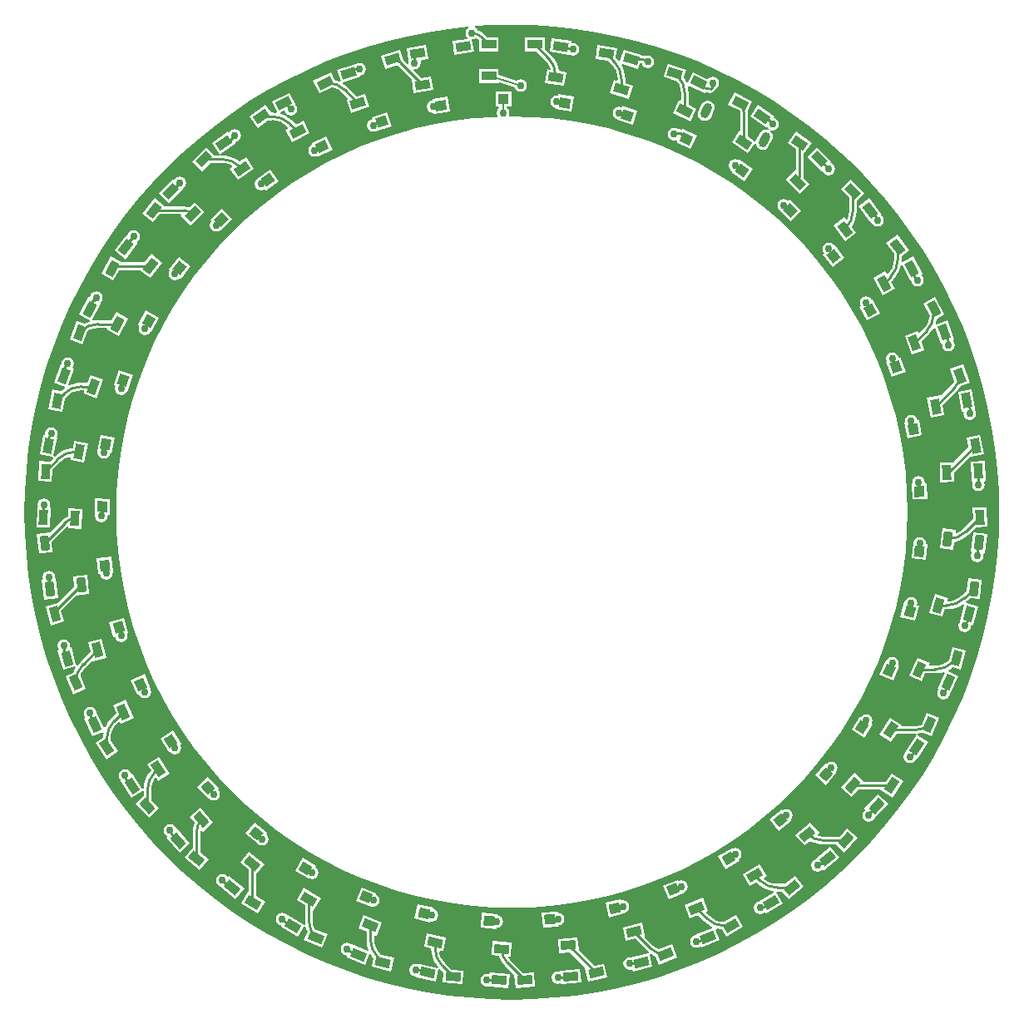
<source format=gtl>
G04*
G04 #@! TF.GenerationSoftware,Altium Limited,Altium Designer,20.1.12 (249)*
G04*
G04 Layer_Physical_Order=1*
G04 Layer_Color=255*
%FSLAX25Y25*%
%MOIN*%
G70*
G04*
G04 #@! TF.SameCoordinates,7C2EAEED-1B34-4CDB-9279-0DCC4619808E*
G04*
G04*
G04 #@! TF.FilePolarity,Positive*
G04*
G01*
G75*
%ADD10C,0.01000*%
G04:AMPARAMS|DCode=12|XSize=59.06mil|YSize=35.43mil|CornerRadius=0mil|HoleSize=0mil|Usage=FLASHONLY|Rotation=105.380|XOffset=0mil|YOffset=0mil|HoleType=Round|Shape=Rectangle|*
%AMROTATEDRECTD12*
4,1,4,0.02491,-0.02377,-0.00925,-0.03317,-0.02491,0.02377,0.00925,0.03317,0.02491,-0.02377,0.0*
%
%ADD12ROTATEDRECTD12*%

%ADD13R,0.05906X0.03543*%
G04:AMPARAMS|DCode=14|XSize=43.31mil|YSize=39.37mil|CornerRadius=0mil|HoleSize=0mil|Usage=FLASHONLY|Rotation=61.480|XOffset=0mil|YOffset=0mil|HoleType=Round|Shape=Rectangle|*
%AMROTATEDRECTD14*
4,1,4,0.00696,-0.02843,-0.02764,-0.00963,-0.00696,0.02843,0.02764,0.00963,0.00696,-0.02843,0.0*
%
%ADD14ROTATEDRECTD14*%

G04:AMPARAMS|DCode=15|XSize=43.31mil|YSize=39.37mil|CornerRadius=0mil|HoleSize=0mil|Usage=FLASHONLY|Rotation=70.260|XOffset=0mil|YOffset=0mil|HoleType=Round|Shape=Rectangle|*
%AMROTATEDRECTD15*
4,1,4,0.01122,-0.02703,-0.02584,-0.01373,-0.01122,0.02703,0.02584,0.01373,0.01122,-0.02703,0.0*
%
%ADD15ROTATEDRECTD15*%

G04:AMPARAMS|DCode=16|XSize=43.31mil|YSize=39.37mil|CornerRadius=0mil|HoleSize=0mil|Usage=FLASHONLY|Rotation=79.040|XOffset=0mil|YOffset=0mil|HoleType=Round|Shape=Rectangle|*
%AMROTATEDRECTD16*
4,1,4,0.01521,-0.02500,-0.02344,-0.01752,-0.01521,0.02500,0.02344,0.01752,0.01521,-0.02500,0.0*
%
%ADD16ROTATEDRECTD16*%

G04:AMPARAMS|DCode=17|XSize=43.31mil|YSize=39.37mil|CornerRadius=0mil|HoleSize=0mil|Usage=FLASHONLY|Rotation=87.820|XOffset=0mil|YOffset=0mil|HoleType=Round|Shape=Rectangle|*
%AMROTATEDRECTD17*
4,1,4,0.01885,-0.02239,-0.02049,-0.02089,-0.01885,0.02239,0.02049,0.02089,0.01885,-0.02239,0.0*
%
%ADD17ROTATEDRECTD17*%

G04:AMPARAMS|DCode=18|XSize=43.31mil|YSize=39.37mil|CornerRadius=0mil|HoleSize=0mil|Usage=FLASHONLY|Rotation=96.600|XOffset=0mil|YOffset=0mil|HoleType=Round|Shape=Rectangle|*
%AMROTATEDRECTD18*
4,1,4,0.02204,-0.01925,-0.01707,-0.02377,-0.02204,0.01925,0.01707,0.02377,0.02204,-0.01925,0.0*
%
%ADD18ROTATEDRECTD18*%

G04:AMPARAMS|DCode=19|XSize=59.06mil|YSize=35.43mil|CornerRadius=0mil|HoleSize=0mil|Usage=FLASHONLY|Rotation=61.480|XOffset=0mil|YOffset=0mil|HoleType=Round|Shape=Rectangle|*
%AMROTATEDRECTD19*
4,1,4,0.00147,-0.03440,-0.02967,-0.01749,-0.00147,0.03440,0.02967,0.01749,0.00147,-0.03440,0.0*
%
%ADD19ROTATEDRECTD19*%

G04:AMPARAMS|DCode=20|XSize=59.06mil|YSize=35.43mil|CornerRadius=0mil|HoleSize=0mil|Usage=FLASHONLY|Rotation=70.260|XOffset=0mil|YOffset=0mil|HoleType=Round|Shape=Rectangle|*
%AMROTATEDRECTD20*
4,1,4,0.00670,-0.03378,-0.02665,-0.02181,-0.00670,0.03378,0.02665,0.02181,0.00670,-0.03378,0.0*
%
%ADD20ROTATEDRECTD20*%

G04:AMPARAMS|DCode=21|XSize=59.06mil|YSize=35.43mil|CornerRadius=0mil|HoleSize=0mil|Usage=FLASHONLY|Rotation=79.040|XOffset=0mil|YOffset=0mil|HoleType=Round|Shape=Rectangle|*
%AMROTATEDRECTD21*
4,1,4,0.01178,-0.03236,-0.02301,-0.02562,-0.01178,0.03236,0.02301,0.02562,0.01178,-0.03236,0.0*
%
%ADD21ROTATEDRECTD21*%

G04:AMPARAMS|DCode=22|XSize=59.06mil|YSize=35.43mil|CornerRadius=0mil|HoleSize=0mil|Usage=FLASHONLY|Rotation=87.820|XOffset=0mil|YOffset=0mil|HoleType=Round|Shape=Rectangle|*
%AMROTATEDRECTD22*
4,1,4,0.01658,-0.03018,-0.01883,-0.02883,-0.01658,0.03018,0.01883,0.02883,0.01658,-0.03018,0.0*
%
%ADD22ROTATEDRECTD22*%

G04:AMPARAMS|DCode=23|XSize=59.06mil|YSize=35.43mil|CornerRadius=0mil|HoleSize=0mil|Usage=FLASHONLY|Rotation=96.600|XOffset=0mil|YOffset=0mil|HoleType=Round|Shape=Rectangle|*
%AMROTATEDRECTD23*
4,1,4,0.02099,-0.02730,-0.01421,-0.03137,-0.02099,0.02730,0.01421,0.03137,0.02099,-0.02730,0.0*
%
%ADD23ROTATEDRECTD23*%

G04:AMPARAMS|DCode=24|XSize=43.31mil|YSize=39.37mil|CornerRadius=0mil|HoleSize=0mil|Usage=FLASHONLY|Rotation=17.580|XOffset=0mil|YOffset=0mil|HoleType=Round|Shape=Rectangle|*
%AMROTATEDRECTD24*
4,1,4,-0.01470,-0.02531,-0.02659,0.01223,0.01470,0.02531,0.02659,-0.01223,-0.01470,-0.02531,0.0*
%
%ADD24ROTATEDRECTD24*%

G04:AMPARAMS|DCode=25|XSize=43.31mil|YSize=39.37mil|CornerRadius=0mil|HoleSize=0mil|Usage=FLASHONLY|Rotation=26.360|XOffset=0mil|YOffset=0mil|HoleType=Round|Shape=Rectangle|*
%AMROTATEDRECTD25*
4,1,4,-0.01066,-0.02725,-0.02814,0.00802,0.01066,0.02725,0.02814,-0.00802,-0.01066,-0.02725,0.0*
%
%ADD25ROTATEDRECTD25*%

G04:AMPARAMS|DCode=26|XSize=43.31mil|YSize=39.37mil|CornerRadius=0mil|HoleSize=0mil|Usage=FLASHONLY|Rotation=35.140|XOffset=0mil|YOffset=0mil|HoleType=Round|Shape=Rectangle|*
%AMROTATEDRECTD26*
4,1,4,-0.00638,-0.02856,-0.02904,0.00363,0.00638,0.02856,0.02904,-0.00363,-0.00638,-0.02856,0.0*
%
%ADD26ROTATEDRECTD26*%

G04:AMPARAMS|DCode=27|XSize=43.31mil|YSize=39.37mil|CornerRadius=0mil|HoleSize=0mil|Usage=FLASHONLY|Rotation=43.920|XOffset=0mil|YOffset=0mil|HoleType=Round|Shape=Rectangle|*
%AMROTATEDRECTD27*
4,1,4,-0.00194,-0.02920,-0.02925,-0.00084,0.00194,0.02920,0.02925,0.00084,-0.00194,-0.02920,0.0*
%
%ADD27ROTATEDRECTD27*%

G04:AMPARAMS|DCode=28|XSize=43.31mil|YSize=39.37mil|CornerRadius=0mil|HoleSize=0mil|Usage=FLASHONLY|Rotation=52.700|XOffset=0mil|YOffset=0mil|HoleType=Round|Shape=Rectangle|*
%AMROTATEDRECTD28*
4,1,4,0.00254,-0.02915,-0.02878,-0.00530,-0.00254,0.02915,0.02878,0.00530,0.00254,-0.02915,0.0*
%
%ADD28ROTATEDRECTD28*%

G04:AMPARAMS|DCode=29|XSize=59.06mil|YSize=35.43mil|CornerRadius=0mil|HoleSize=0mil|Usage=FLASHONLY|Rotation=17.580|XOffset=0mil|YOffset=0mil|HoleType=Round|Shape=Rectangle|*
%AMROTATEDRECTD29*
4,1,4,-0.02280,-0.02581,-0.03350,0.00797,0.02280,0.02581,0.03350,-0.00797,-0.02280,-0.02581,0.0*
%
%ADD29ROTATEDRECTD29*%

G04:AMPARAMS|DCode=30|XSize=59.06mil|YSize=35.43mil|CornerRadius=0mil|HoleSize=0mil|Usage=FLASHONLY|Rotation=26.360|XOffset=0mil|YOffset=0mil|HoleType=Round|Shape=Rectangle|*
%AMROTATEDRECTD30*
4,1,4,-0.01859,-0.02899,-0.03432,0.00276,0.01859,0.02899,0.03432,-0.00276,-0.01859,-0.02899,0.0*
%
%ADD30ROTATEDRECTD30*%

G04:AMPARAMS|DCode=31|XSize=59.06mil|YSize=35.43mil|CornerRadius=0mil|HoleSize=0mil|Usage=FLASHONLY|Rotation=35.140|XOffset=0mil|YOffset=0mil|HoleType=Round|Shape=Rectangle|*
%AMROTATEDRECTD31*
4,1,4,-0.01395,-0.03148,-0.03434,-0.00251,0.01395,0.03148,0.03434,0.00251,-0.01395,-0.03148,0.0*
%
%ADD31ROTATEDRECTD31*%

G04:AMPARAMS|DCode=32|XSize=59.06mil|YSize=35.43mil|CornerRadius=0mil|HoleSize=0mil|Usage=FLASHONLY|Rotation=43.920|XOffset=0mil|YOffset=0mil|HoleType=Round|Shape=Rectangle|*
%AMROTATEDRECTD32*
4,1,4,-0.00898,-0.03324,-0.03356,-0.00772,0.00898,0.03324,0.03356,0.00772,-0.00898,-0.03324,0.0*
%
%ADD32ROTATEDRECTD32*%

G04:AMPARAMS|DCode=33|XSize=59.06mil|YSize=35.43mil|CornerRadius=0mil|HoleSize=0mil|Usage=FLASHONLY|Rotation=52.700|XOffset=0mil|YOffset=0mil|HoleType=Round|Shape=Rectangle|*
%AMROTATEDRECTD33*
4,1,4,-0.00380,-0.03422,-0.03199,-0.01275,0.00380,0.03422,0.03199,0.01275,-0.00380,-0.03422,0.0*
%
%ADD33ROTATEDRECTD33*%

G04:AMPARAMS|DCode=34|XSize=43.31mil|YSize=39.37mil|CornerRadius=0mil|HoleSize=0mil|Usage=FLASHONLY|Rotation=8.800|XOffset=0mil|YOffset=0mil|HoleType=Round|Shape=Rectangle|*
%AMROTATEDRECTD34*
4,1,4,-0.01839,-0.02277,-0.02441,0.01614,0.01839,0.02277,0.02441,-0.01614,-0.01839,-0.02277,0.0*
%
%ADD34ROTATEDRECTD34*%

G04:AMPARAMS|DCode=35|XSize=59.06mil|YSize=35.43mil|CornerRadius=0mil|HoleSize=0mil|Usage=FLASHONLY|Rotation=8.800|XOffset=0mil|YOffset=0mil|HoleType=Round|Shape=Rectangle|*
%AMROTATEDRECTD35*
4,1,4,-0.02647,-0.02203,-0.03189,0.01299,0.02647,0.02203,0.03189,-0.01299,-0.02647,-0.02203,0.0*
%
%ADD35ROTATEDRECTD35*%

G04:AMPARAMS|DCode=36|XSize=59.06mil|YSize=35.43mil|CornerRadius=0mil|HoleSize=0mil|Usage=FLASHONLY|Rotation=280.980|XOffset=0mil|YOffset=0mil|HoleType=Round|Shape=Rectangle|*
%AMROTATEDRECTD36*
4,1,4,-0.02302,0.02561,0.01177,0.03236,0.02302,-0.02561,-0.01177,-0.03236,-0.02302,0.02561,0.0*
%
%ADD36ROTATEDRECTD36*%

G04:AMPARAMS|DCode=37|XSize=59.06mil|YSize=35.43mil|CornerRadius=0mil|HoleSize=0mil|Usage=FLASHONLY|Rotation=272.200|XOffset=0mil|YOffset=0mil|HoleType=Round|Shape=Rectangle|*
%AMROTATEDRECTD37*
4,1,4,-0.01884,0.02883,0.01657,0.03019,0.01884,-0.02883,-0.01657,-0.03019,-0.01884,0.02883,0.0*
%
%ADD37ROTATEDRECTD37*%

G04:AMPARAMS|DCode=38|XSize=43.31mil|YSize=39.37mil|CornerRadius=0mil|HoleSize=0mil|Usage=FLASHONLY|Rotation=324.880|XOffset=0mil|YOffset=0mil|HoleType=Round|Shape=Rectangle|*
%AMROTATEDRECTD38*
4,1,4,-0.02904,-0.00364,-0.00639,0.02856,0.02904,0.00364,0.00639,-0.02856,-0.02904,-0.00364,0.0*
%
%ADD38ROTATEDRECTD38*%

G04:AMPARAMS|DCode=39|XSize=43.31mil|YSize=39.37mil|CornerRadius=0mil|HoleSize=0mil|Usage=FLASHONLY|Rotation=333.660|XOffset=0mil|YOffset=0mil|HoleType=Round|Shape=Rectangle|*
%AMROTATEDRECTD39*
4,1,4,-0.02814,-0.00803,-0.01067,0.02725,0.02814,0.00803,0.01067,-0.02725,-0.02814,-0.00803,0.0*
%
%ADD39ROTATEDRECTD39*%

G04:AMPARAMS|DCode=40|XSize=43.31mil|YSize=39.37mil|CornerRadius=0mil|HoleSize=0mil|Usage=FLASHONLY|Rotation=342.440|XOffset=0mil|YOffset=0mil|HoleType=Round|Shape=Rectangle|*
%AMROTATEDRECTD40*
4,1,4,-0.02658,-0.01224,-0.01471,0.02530,0.02658,0.01224,0.01471,-0.02530,-0.02658,-0.01224,0.0*
%
%ADD40ROTATEDRECTD40*%

G04:AMPARAMS|DCode=41|XSize=43.31mil|YSize=39.37mil|CornerRadius=0mil|HoleSize=0mil|Usage=FLASHONLY|Rotation=351.220|XOffset=0mil|YOffset=0mil|HoleType=Round|Shape=Rectangle|*
%AMROTATEDRECTD41*
4,1,4,-0.02441,-0.01615,-0.01840,0.02276,0.02441,0.01615,0.01840,-0.02276,-0.02441,-0.01615,0.0*
%
%ADD41ROTATEDRECTD41*%

%ADD42R,0.04331X0.03937*%
G04:AMPARAMS|DCode=43|XSize=59.06mil|YSize=35.43mil|CornerRadius=0mil|HoleSize=0mil|Usage=FLASHONLY|Rotation=324.880|XOffset=0mil|YOffset=0mil|HoleType=Round|Shape=Rectangle|*
%AMROTATEDRECTD43*
4,1,4,-0.03434,0.00250,-0.01396,0.03148,0.03434,-0.00250,0.01396,-0.03148,-0.03434,0.00250,0.0*
%
%ADD43ROTATEDRECTD43*%

G04:AMPARAMS|DCode=44|XSize=59.06mil|YSize=35.43mil|CornerRadius=0mil|HoleSize=0mil|Usage=FLASHONLY|Rotation=333.660|XOffset=0mil|YOffset=0mil|HoleType=Round|Shape=Rectangle|*
%AMROTATEDRECTD44*
4,1,4,-0.03432,-0.00278,-0.01860,0.02898,0.03432,0.00278,0.01860,-0.02898,-0.03432,-0.00278,0.0*
%
%ADD44ROTATEDRECTD44*%

G04:AMPARAMS|DCode=45|XSize=59.06mil|YSize=35.43mil|CornerRadius=0mil|HoleSize=0mil|Usage=FLASHONLY|Rotation=342.440|XOffset=0mil|YOffset=0mil|HoleType=Round|Shape=Rectangle|*
%AMROTATEDRECTD45*
4,1,4,-0.03350,-0.00798,-0.02281,0.02580,0.03350,0.00798,0.02281,-0.02580,-0.03350,-0.00798,0.0*
%
%ADD45ROTATEDRECTD45*%

G04:AMPARAMS|DCode=46|XSize=59.06mil|YSize=35.43mil|CornerRadius=0mil|HoleSize=0mil|Usage=FLASHONLY|Rotation=351.220|XOffset=0mil|YOffset=0mil|HoleType=Round|Shape=Rectangle|*
%AMROTATEDRECTD46*
4,1,4,-0.03189,-0.01300,-0.02648,0.02202,0.03189,0.01300,0.02648,-0.02202,-0.03189,-0.01300,0.0*
%
%ADD46ROTATEDRECTD46*%

G04:AMPARAMS|DCode=47|XSize=43.31mil|YSize=39.37mil|CornerRadius=0mil|HoleSize=0mil|Usage=FLASHONLY|Rotation=280.980|XOffset=0mil|YOffset=0mil|HoleType=Round|Shape=Rectangle|*
%AMROTATEDRECTD47*
4,1,4,-0.02345,0.01751,0.01520,0.02501,0.02345,-0.01751,-0.01520,-0.02501,-0.02345,0.01751,0.0*
%
%ADD47ROTATEDRECTD47*%

G04:AMPARAMS|DCode=48|XSize=43.31mil|YSize=39.37mil|CornerRadius=0mil|HoleSize=0mil|Usage=FLASHONLY|Rotation=289.760|XOffset=0mil|YOffset=0mil|HoleType=Round|Shape=Rectangle|*
%AMROTATEDRECTD48*
4,1,4,-0.02585,0.01372,0.01121,0.02703,0.02585,-0.01372,-0.01121,-0.02703,-0.02585,0.01372,0.0*
%
%ADD48ROTATEDRECTD48*%

G04:AMPARAMS|DCode=49|XSize=43.31mil|YSize=39.37mil|CornerRadius=0mil|HoleSize=0mil|Usage=FLASHONLY|Rotation=298.540|XOffset=0mil|YOffset=0mil|HoleType=Round|Shape=Rectangle|*
%AMROTATEDRECTD49*
4,1,4,-0.02764,0.00962,0.00695,0.02843,0.02764,-0.00962,-0.00695,-0.02843,-0.02764,0.00962,0.0*
%
%ADD49ROTATEDRECTD49*%

G04:AMPARAMS|DCode=50|XSize=43.31mil|YSize=39.37mil|CornerRadius=0mil|HoleSize=0mil|Usage=FLASHONLY|Rotation=307.320|XOffset=0mil|YOffset=0mil|HoleType=Round|Shape=Rectangle|*
%AMROTATEDRECTD50*
4,1,4,-0.02878,0.00529,0.00253,0.02916,0.02878,-0.00529,-0.00253,-0.02916,-0.02878,0.00529,0.0*
%
%ADD50ROTATEDRECTD50*%

G04:AMPARAMS|DCode=51|XSize=43.31mil|YSize=39.37mil|CornerRadius=0mil|HoleSize=0mil|Usage=FLASHONLY|Rotation=316.100|XOffset=0mil|YOffset=0mil|HoleType=Round|Shape=Rectangle|*
%AMROTATEDRECTD51*
4,1,4,-0.02925,0.00083,-0.00195,0.02920,0.02925,-0.00083,0.00195,-0.02920,-0.02925,0.00083,0.0*
%
%ADD51ROTATEDRECTD51*%

G04:AMPARAMS|DCode=52|XSize=59.06mil|YSize=35.43mil|CornerRadius=0mil|HoleSize=0mil|Usage=FLASHONLY|Rotation=289.760|XOffset=0mil|YOffset=0mil|HoleType=Round|Shape=Rectangle|*
%AMROTATEDRECTD52*
4,1,4,-0.02666,0.02180,0.00669,0.03378,0.02666,-0.02180,-0.00669,-0.03378,-0.02666,0.02180,0.0*
%
%ADD52ROTATEDRECTD52*%

G04:AMPARAMS|DCode=53|XSize=59.06mil|YSize=35.43mil|CornerRadius=0mil|HoleSize=0mil|Usage=FLASHONLY|Rotation=298.540|XOffset=0mil|YOffset=0mil|HoleType=Round|Shape=Rectangle|*
%AMROTATEDRECTD53*
4,1,4,-0.02967,0.01748,0.00146,0.03440,0.02967,-0.01748,-0.00146,-0.03440,-0.02967,0.01748,0.0*
%
%ADD53ROTATEDRECTD53*%

G04:AMPARAMS|DCode=54|XSize=59.06mil|YSize=35.43mil|CornerRadius=0mil|HoleSize=0mil|Usage=FLASHONLY|Rotation=307.320|XOffset=0mil|YOffset=0mil|HoleType=Round|Shape=Rectangle|*
%AMROTATEDRECTD54*
4,1,4,-0.03199,0.01274,-0.00381,0.03422,0.03199,-0.01274,0.00381,-0.03422,-0.03199,0.01274,0.0*
%
%ADD54ROTATEDRECTD54*%

G04:AMPARAMS|DCode=55|XSize=59.06mil|YSize=35.43mil|CornerRadius=0mil|HoleSize=0mil|Usage=FLASHONLY|Rotation=316.100|XOffset=0mil|YOffset=0mil|HoleType=Round|Shape=Rectangle|*
%AMROTATEDRECTD55*
4,1,4,-0.03356,0.00771,-0.00899,0.03324,0.03356,-0.00771,0.00899,-0.03324,-0.03356,0.00771,0.0*
%
%ADD55ROTATEDRECTD55*%

G04:AMPARAMS|DCode=56|XSize=43.31mil|YSize=39.37mil|CornerRadius=0mil|HoleSize=0mil|Usage=FLASHONLY|Rotation=237.080|XOffset=0mil|YOffset=0mil|HoleType=Round|Shape=Rectangle|*
%AMROTATEDRECTD56*
4,1,4,-0.00476,0.02888,0.02829,0.00748,0.00476,-0.02888,-0.02829,-0.00748,-0.00476,0.02888,0.0*
%
%ADD56ROTATEDRECTD56*%

G04:AMPARAMS|DCode=57|XSize=43.31mil|YSize=39.37mil|CornerRadius=0mil|HoleSize=0mil|Usage=FLASHONLY|Rotation=245.860|XOffset=0mil|YOffset=0mil|HoleType=Round|Shape=Rectangle|*
%AMROTATEDRECTD57*
4,1,4,-0.00911,0.02781,0.02682,0.01171,0.00911,-0.02781,-0.02682,-0.01171,-0.00911,0.02781,0.0*
%
%ADD57ROTATEDRECTD57*%

G04:AMPARAMS|DCode=58|XSize=43.31mil|YSize=39.37mil|CornerRadius=0mil|HoleSize=0mil|Usage=FLASHONLY|Rotation=254.640|XOffset=0mil|YOffset=0mil|HoleType=Round|Shape=Rectangle|*
%AMROTATEDRECTD58*
4,1,4,-0.01325,0.02609,0.02472,0.01567,0.01325,-0.02609,-0.02472,-0.01567,-0.01325,0.02609,0.0*
%
%ADD58ROTATEDRECTD58*%

G04:AMPARAMS|DCode=59|XSize=43.31mil|YSize=39.37mil|CornerRadius=0mil|HoleSize=0mil|Usage=FLASHONLY|Rotation=263.420|XOffset=0mil|YOffset=0mil|HoleType=Round|Shape=Rectangle|*
%AMROTATEDRECTD59*
4,1,4,-0.01707,0.02377,0.02204,0.01925,0.01707,-0.02377,-0.02204,-0.01925,-0.01707,0.02377,0.0*
%
%ADD59ROTATEDRECTD59*%

G04:AMPARAMS|DCode=60|XSize=43.31mil|YSize=39.37mil|CornerRadius=0mil|HoleSize=0mil|Usage=FLASHONLY|Rotation=272.200|XOffset=0mil|YOffset=0mil|HoleType=Round|Shape=Rectangle|*
%AMROTATEDRECTD60*
4,1,4,-0.02050,0.02088,0.01884,0.02239,0.02050,-0.02088,-0.01884,-0.02239,-0.02050,0.02088,0.0*
%
%ADD60ROTATEDRECTD60*%

G04:AMPARAMS|DCode=61|XSize=59.06mil|YSize=35.43mil|CornerRadius=0mil|HoleSize=0mil|Usage=FLASHONLY|Rotation=237.080|XOffset=0mil|YOffset=0mil|HoleType=Round|Shape=Rectangle|*
%AMROTATEDRECTD61*
4,1,4,0.00118,0.03442,0.03092,0.01516,-0.00118,-0.03442,-0.03092,-0.01516,0.00118,0.03442,0.0*
%
%ADD61ROTATEDRECTD61*%

G04:AMPARAMS|DCode=62|XSize=59.06mil|YSize=35.43mil|CornerRadius=0mil|HoleSize=0mil|Usage=FLASHONLY|Rotation=245.860|XOffset=0mil|YOffset=0mil|HoleType=Round|Shape=Rectangle|*
%AMROTATEDRECTD62*
4,1,4,-0.00409,0.03419,0.02824,0.01970,0.00409,-0.03419,-0.02824,-0.01970,-0.00409,0.03419,0.0*
%
%ADD62ROTATEDRECTD62*%

G04:AMPARAMS|DCode=63|XSize=59.06mil|YSize=35.43mil|CornerRadius=0mil|HoleSize=0mil|Usage=FLASHONLY|Rotation=254.640|XOffset=0mil|YOffset=0mil|HoleType=Round|Shape=Rectangle|*
%AMROTATEDRECTD63*
4,1,4,-0.00926,0.03317,0.02491,0.02378,0.00926,-0.03317,-0.02491,-0.02378,-0.00926,0.03317,0.0*
%
%ADD63ROTATEDRECTD63*%

G04:AMPARAMS|DCode=64|XSize=59.06mil|YSize=35.43mil|CornerRadius=0mil|HoleSize=0mil|Usage=FLASHONLY|Rotation=263.420|XOffset=0mil|YOffset=0mil|HoleType=Round|Shape=Rectangle|*
%AMROTATEDRECTD64*
4,1,4,-0.01422,0.03136,0.02098,0.02730,0.01422,-0.03136,-0.02098,-0.02730,-0.01422,0.03136,0.0*
%
%ADD64ROTATEDRECTD64*%

G04:AMPARAMS|DCode=65|XSize=43.31mil|YSize=39.37mil|CornerRadius=0mil|HoleSize=0mil|Usage=FLASHONLY|Rotation=193.180|XOffset=0mil|YOffset=0mil|HoleType=Round|Shape=Rectangle|*
%AMROTATEDRECTD65*
4,1,4,0.01660,0.02410,0.02557,-0.01423,-0.01660,-0.02410,-0.02557,0.01423,0.01660,0.02410,0.0*
%
%ADD65ROTATEDRECTD65*%

G04:AMPARAMS|DCode=66|XSize=43.31mil|YSize=39.37mil|CornerRadius=0mil|HoleSize=0mil|Usage=FLASHONLY|Rotation=201.960|XOffset=0mil|YOffset=0mil|HoleType=Round|Shape=Rectangle|*
%AMROTATEDRECTD66*
4,1,4,0.01272,0.02635,0.02744,-0.01016,-0.01272,-0.02635,-0.02744,0.01016,0.01272,0.02635,0.0*
%
%ADD66ROTATEDRECTD66*%

G04:AMPARAMS|DCode=67|XSize=43.31mil|YSize=39.37mil|CornerRadius=0mil|HoleSize=0mil|Usage=FLASHONLY|Rotation=210.740|XOffset=0mil|YOffset=0mil|HoleType=Round|Shape=Rectangle|*
%AMROTATEDRECTD67*
4,1,4,0.00855,0.02799,0.02867,-0.00585,-0.00855,-0.02799,-0.02867,0.00585,0.00855,0.02799,0.0*
%
%ADD67ROTATEDRECTD67*%

G04:AMPARAMS|DCode=68|XSize=43.31mil|YSize=39.37mil|CornerRadius=0mil|HoleSize=0mil|Usage=FLASHONLY|Rotation=219.520|XOffset=0mil|YOffset=0mil|HoleType=Round|Shape=Rectangle|*
%AMROTATEDRECTD68*
4,1,4,0.00418,0.02896,0.02923,-0.00141,-0.00418,-0.02896,-0.02923,0.00141,0.00418,0.02896,0.0*
%
%ADD68ROTATEDRECTD68*%

G04:AMPARAMS|DCode=69|XSize=43.31mil|YSize=39.37mil|CornerRadius=0mil|HoleSize=0mil|Usage=FLASHONLY|Rotation=228.300|XOffset=0mil|YOffset=0mil|HoleType=Round|Shape=Rectangle|*
%AMROTATEDRECTD69*
4,1,4,-0.00029,0.02926,0.02910,0.00307,0.00029,-0.02926,-0.02910,-0.00307,-0.00029,0.02926,0.0*
%
%ADD69ROTATEDRECTD69*%

G04:AMPARAMS|DCode=70|XSize=59.06mil|YSize=35.43mil|CornerRadius=0mil|HoleSize=0mil|Usage=FLASHONLY|Rotation=193.180|XOffset=0mil|YOffset=0mil|HoleType=Round|Shape=Rectangle|*
%AMROTATEDRECTD70*
4,1,4,0.02471,0.02398,0.03279,-0.01052,-0.02471,-0.02398,-0.03279,0.01052,0.02471,0.02398,0.0*
%
%ADD70ROTATEDRECTD70*%

G04:AMPARAMS|DCode=71|XSize=59.06mil|YSize=35.43mil|CornerRadius=0mil|HoleSize=0mil|Usage=FLASHONLY|Rotation=201.960|XOffset=0mil|YOffset=0mil|HoleType=Round|Shape=Rectangle|*
%AMROTATEDRECTD71*
4,1,4,0.02076,0.02747,0.03401,-0.00539,-0.02076,-0.02747,-0.03401,0.00539,0.02076,0.02747,0.0*
%
%ADD71ROTATEDRECTD71*%

G04:AMPARAMS|DCode=72|XSize=59.06mil|YSize=35.43mil|CornerRadius=0mil|HoleSize=0mil|Usage=FLASHONLY|Rotation=210.740|XOffset=0mil|YOffset=0mil|HoleType=Round|Shape=Rectangle|*
%AMROTATEDRECTD72*
4,1,4,0.01632,0.03032,0.03444,-0.00013,-0.01632,-0.03032,-0.03444,0.00013,0.01632,0.03032,0.0*
%
%ADD72ROTATEDRECTD72*%

G04:AMPARAMS|DCode=73|XSize=59.06mil|YSize=35.43mil|CornerRadius=0mil|HoleSize=0mil|Usage=FLASHONLY|Rotation=219.520|XOffset=0mil|YOffset=0mil|HoleType=Round|Shape=Rectangle|*
%AMROTATEDRECTD73*
4,1,4,0.01150,0.03246,0.03405,0.00512,-0.01150,-0.03246,-0.03405,-0.00512,0.01150,0.03246,0.0*
%
%ADD73ROTATEDRECTD73*%

G04:AMPARAMS|DCode=74|XSize=59.06mil|YSize=35.43mil|CornerRadius=0mil|HoleSize=0mil|Usage=FLASHONLY|Rotation=228.300|XOffset=0mil|YOffset=0mil|HoleType=Round|Shape=Rectangle|*
%AMROTATEDRECTD74*
4,1,4,0.00642,0.03383,0.03287,0.01026,-0.00642,-0.03383,-0.03287,-0.01026,0.00642,0.03383,0.0*
%
%ADD74ROTATEDRECTD74*%

G04:AMPARAMS|DCode=75|XSize=43.31mil|YSize=39.37mil|CornerRadius=0mil|HoleSize=0mil|Usage=FLASHONLY|Rotation=149.280|XOffset=0mil|YOffset=0mil|HoleType=Round|Shape=Rectangle|*
%AMROTATEDRECTD75*
4,1,4,0.02867,0.00586,0.00856,-0.02798,-0.02867,-0.00586,-0.00856,0.02798,0.02867,0.00586,0.0*
%
%ADD75ROTATEDRECTD75*%

G04:AMPARAMS|DCode=76|XSize=43.31mil|YSize=39.37mil|CornerRadius=0mil|HoleSize=0mil|Usage=FLASHONLY|Rotation=158.060|XOffset=0mil|YOffset=0mil|HoleType=Round|Shape=Rectangle|*
%AMROTATEDRECTD76*
4,1,4,0.02744,0.01017,0.01273,-0.02635,-0.02744,-0.01017,-0.01273,0.02635,0.02744,0.01017,0.0*
%
%ADD76ROTATEDRECTD76*%

G04:AMPARAMS|DCode=77|XSize=43.31mil|YSize=39.37mil|CornerRadius=0mil|HoleSize=0mil|Usage=FLASHONLY|Rotation=166.840|XOffset=0mil|YOffset=0mil|HoleType=Round|Shape=Rectangle|*
%AMROTATEDRECTD77*
4,1,4,0.02557,0.01424,0.01660,-0.02410,-0.02557,-0.01424,-0.01660,0.02410,0.02557,0.01424,0.0*
%
%ADD77ROTATEDRECTD77*%

G04:AMPARAMS|DCode=78|XSize=43.31mil|YSize=39.37mil|CornerRadius=0mil|HoleSize=0mil|Usage=FLASHONLY|Rotation=175.620|XOffset=0mil|YOffset=0mil|HoleType=Round|Shape=Rectangle|*
%AMROTATEDRECTD78*
4,1,4,0.02309,0.01797,0.02009,-0.02128,-0.02309,-0.01797,-0.02009,0.02128,0.02309,0.01797,0.0*
%
%ADD78ROTATEDRECTD78*%

G04:AMPARAMS|DCode=79|XSize=43.31mil|YSize=39.37mil|CornerRadius=0mil|HoleSize=0mil|Usage=FLASHONLY|Rotation=184.400|XOffset=0mil|YOffset=0mil|HoleType=Round|Shape=Rectangle|*
%AMROTATEDRECTD79*
4,1,4,0.02008,0.02129,0.02310,-0.01797,-0.02008,-0.02129,-0.02310,0.01797,0.02008,0.02129,0.0*
%
%ADD79ROTATEDRECTD79*%

G04:AMPARAMS|DCode=80|XSize=59.06mil|YSize=35.43mil|CornerRadius=0mil|HoleSize=0mil|Usage=FLASHONLY|Rotation=149.280|XOffset=0mil|YOffset=0mil|HoleType=Round|Shape=Rectangle|*
%AMROTATEDRECTD80*
4,1,4,0.03443,0.00015,0.01633,-0.03031,-0.03443,-0.00015,-0.01633,0.03031,0.03443,0.00015,0.0*
%
%ADD80ROTATEDRECTD80*%

G04:AMPARAMS|DCode=81|XSize=59.06mil|YSize=35.43mil|CornerRadius=0mil|HoleSize=0mil|Usage=FLASHONLY|Rotation=158.060|XOffset=0mil|YOffset=0mil|HoleType=Round|Shape=Rectangle|*
%AMROTATEDRECTD81*
4,1,4,0.03401,0.00540,0.02077,-0.02747,-0.03401,-0.00540,-0.02077,0.02747,0.03401,0.00540,0.0*
%
%ADD81ROTATEDRECTD81*%

G04:AMPARAMS|DCode=82|XSize=59.06mil|YSize=35.43mil|CornerRadius=0mil|HoleSize=0mil|Usage=FLASHONLY|Rotation=166.840|XOffset=0mil|YOffset=0mil|HoleType=Round|Shape=Rectangle|*
%AMROTATEDRECTD82*
4,1,4,0.03279,0.01053,0.02472,-0.02397,-0.03279,-0.01053,-0.02472,0.02397,0.03279,0.01053,0.0*
%
%ADD82ROTATEDRECTD82*%

G04:AMPARAMS|DCode=83|XSize=59.06mil|YSize=35.43mil|CornerRadius=0mil|HoleSize=0mil|Usage=FLASHONLY|Rotation=175.620|XOffset=0mil|YOffset=0mil|HoleType=Round|Shape=Rectangle|*
%AMROTATEDRECTD83*
4,1,4,0.03079,0.01541,0.02809,-0.01992,-0.03079,-0.01541,-0.02809,0.01992,0.03079,0.01541,0.0*
%
%ADD83ROTATEDRECTD83*%

G04:AMPARAMS|DCode=84|XSize=59.06mil|YSize=35.43mil|CornerRadius=0mil|HoleSize=0mil|Usage=FLASHONLY|Rotation=184.400|XOffset=0mil|YOffset=0mil|HoleType=Round|Shape=Rectangle|*
%AMROTATEDRECTD84*
4,1,4,0.02808,0.01993,0.03080,-0.01540,-0.02808,-0.01993,-0.03080,0.01540,0.02808,0.01993,0.0*
%
%ADD84ROTATEDRECTD84*%

G04:AMPARAMS|DCode=85|XSize=43.31mil|YSize=39.37mil|CornerRadius=0mil|HoleSize=0mil|Usage=FLASHONLY|Rotation=105.380|XOffset=0mil|YOffset=0mil|HoleType=Round|Shape=Rectangle|*
%AMROTATEDRECTD85*
4,1,4,0.02472,-0.01566,-0.01324,-0.02610,-0.02472,0.01566,0.01324,0.02610,0.02472,-0.01566,0.0*
%
%ADD85ROTATEDRECTD85*%

G04:AMPARAMS|DCode=86|XSize=43.31mil|YSize=39.37mil|CornerRadius=0mil|HoleSize=0mil|Usage=FLASHONLY|Rotation=114.160|XOffset=0mil|YOffset=0mil|HoleType=Round|Shape=Rectangle|*
%AMROTATEDRECTD86*
4,1,4,0.02682,-0.01170,-0.00910,-0.02781,-0.02682,0.01170,0.00910,0.02781,0.02682,-0.01170,0.0*
%
%ADD86ROTATEDRECTD86*%

G04:AMPARAMS|DCode=87|XSize=43.31mil|YSize=39.37mil|CornerRadius=0mil|HoleSize=0mil|Usage=FLASHONLY|Rotation=122.940|XOffset=0mil|YOffset=0mil|HoleType=Round|Shape=Rectangle|*
%AMROTATEDRECTD87*
4,1,4,0.02830,-0.00747,-0.00475,-0.02888,-0.02830,0.00747,0.00475,0.02888,0.02830,-0.00747,0.0*
%
%ADD87ROTATEDRECTD87*%

G04:AMPARAMS|DCode=88|XSize=43.31mil|YSize=39.37mil|CornerRadius=0mil|HoleSize=0mil|Usage=FLASHONLY|Rotation=131.720|XOffset=0mil|YOffset=0mil|HoleType=Round|Shape=Rectangle|*
%AMROTATEDRECTD88*
4,1,4,0.02910,-0.00306,-0.00028,-0.02926,-0.02910,0.00306,0.00028,0.02926,0.02910,-0.00306,0.0*
%
%ADD88ROTATEDRECTD88*%

G04:AMPARAMS|DCode=89|XSize=43.31mil|YSize=39.37mil|CornerRadius=0mil|HoleSize=0mil|Usage=FLASHONLY|Rotation=140.500|XOffset=0mil|YOffset=0mil|HoleType=Round|Shape=Rectangle|*
%AMROTATEDRECTD89*
4,1,4,0.02923,0.00142,0.00419,-0.02896,-0.02923,-0.00142,-0.00419,0.02896,0.02923,0.00142,0.0*
%
%ADD89ROTATEDRECTD89*%

G04:AMPARAMS|DCode=90|XSize=59.06mil|YSize=35.43mil|CornerRadius=0mil|HoleSize=0mil|Usage=FLASHONLY|Rotation=114.160|XOffset=0mil|YOffset=0mil|HoleType=Round|Shape=Rectangle|*
%AMROTATEDRECTD90*
4,1,4,0.02825,-0.01969,-0.00408,-0.03419,-0.02825,0.01969,0.00408,0.03419,0.02825,-0.01969,0.0*
%
%ADD90ROTATEDRECTD90*%

G04:AMPARAMS|DCode=91|XSize=59.06mil|YSize=35.43mil|CornerRadius=0mil|HoleSize=0mil|Usage=FLASHONLY|Rotation=122.940|XOffset=0mil|YOffset=0mil|HoleType=Round|Shape=Rectangle|*
%AMROTATEDRECTD91*
4,1,4,0.03092,-0.01515,0.00119,-0.03441,-0.03092,0.01515,-0.00119,0.03441,0.03092,-0.01515,0.0*
%
%ADD91ROTATEDRECTD91*%

G04:AMPARAMS|DCode=92|XSize=59.06mil|YSize=35.43mil|CornerRadius=0mil|HoleSize=0mil|Usage=FLASHONLY|Rotation=131.720|XOffset=0mil|YOffset=0mil|HoleType=Round|Shape=Rectangle|*
%AMROTATEDRECTD92*
4,1,4,0.03287,-0.01025,0.00643,-0.03383,-0.03287,0.01025,-0.00643,0.03383,0.03287,-0.01025,0.0*
%
%ADD92ROTATEDRECTD92*%

G04:AMPARAMS|DCode=93|XSize=59.06mil|YSize=35.43mil|CornerRadius=0mil|HoleSize=0mil|Usage=FLASHONLY|Rotation=140.500|XOffset=0mil|YOffset=0mil|HoleType=Round|Shape=Rectangle|*
%AMROTATEDRECTD93*
4,1,4,0.03405,-0.00511,0.01152,-0.03245,-0.03405,0.00511,-0.01152,0.03245,0.03405,-0.00511,0.0*
%
%ADD93ROTATEDRECTD93*%

%ADD177C,0.01000*%
%ADD178C,0.00700*%
G04:AMPARAMS|DCode=179|XSize=35.43mil|YSize=62.99mil|CornerRadius=0mil|HoleSize=0mil|Usage=FLASHONLY|Rotation=153.660|XOffset=0mil|YOffset=0mil|HoleType=Round|Shape=Round|*
%AMOVALD179*
21,1,0.02756,0.03543,0.00000,0.00000,243.7*
1,1,0.03543,0.00611,0.01235*
1,1,0.03543,-0.00611,-0.01235*
%
%ADD179OVALD179*%

%ADD180C,0.02953*%
G36*
X8521Y195161D02*
X17026Y194604D01*
X25498Y193676D01*
X33922Y192379D01*
X42281Y190716D01*
X50560Y188691D01*
X58742Y186306D01*
X66813Y183566D01*
X74756Y180477D01*
X82557Y177044D01*
X90201Y173275D01*
X97673Y169175D01*
X104960Y164754D01*
X112046Y160019D01*
X118920Y154979D01*
X125567Y149644D01*
X131974Y144025D01*
X138131Y138131D01*
X144025Y131974D01*
X149644Y125567D01*
X154979Y118920D01*
X160019Y112046D01*
X164754Y104960D01*
X169175Y97673D01*
X173275Y90201D01*
X177044Y82557D01*
X180477Y74756D01*
X183566Y66813D01*
X186306Y58742D01*
X188691Y50560D01*
X190716Y42281D01*
X192379Y33922D01*
X193676Y25498D01*
X194604Y17026D01*
X195161Y8521D01*
X195347Y0D01*
X195161Y-8521D01*
X194604Y-17026D01*
X193676Y-25498D01*
X192379Y-33922D01*
X190716Y-42281D01*
X188691Y-50560D01*
X186306Y-58742D01*
X183566Y-66813D01*
X180477Y-74756D01*
X177044Y-82557D01*
X173275Y-90201D01*
X169175Y-97673D01*
X164754Y-104960D01*
X160019Y-112046D01*
X154979Y-118920D01*
X149644Y-125567D01*
X144025Y-131974D01*
X138131Y-138131D01*
X131974Y-144025D01*
X125567Y-149644D01*
X118920Y-154979D01*
X112046Y-160019D01*
X104960Y-164754D01*
X97673Y-169175D01*
X90201Y-173275D01*
X82557Y-177044D01*
X74756Y-180477D01*
X66813Y-183566D01*
X58742Y-186306D01*
X50560Y-188691D01*
X42281Y-190716D01*
X33922Y-192379D01*
X25498Y-193676D01*
X17026Y-194604D01*
X8521Y-195161D01*
X0Y-195347D01*
X-8521Y-195161D01*
X-17026Y-194604D01*
X-25498Y-193676D01*
X-33922Y-192379D01*
X-42281Y-190716D01*
X-50560Y-188691D01*
X-58742Y-186306D01*
X-66813Y-183566D01*
X-74756Y-180477D01*
X-82557Y-177044D01*
X-90201Y-173275D01*
X-97673Y-169175D01*
X-104960Y-164754D01*
X-112046Y-160019D01*
X-118920Y-154979D01*
X-125567Y-149644D01*
X-131974Y-144025D01*
X-138131Y-138131D01*
X-144025Y-131974D01*
X-149644Y-125567D01*
X-154979Y-118920D01*
X-160019Y-112046D01*
X-164754Y-104960D01*
X-169175Y-97673D01*
X-173275Y-90201D01*
X-177044Y-82557D01*
X-180477Y-74756D01*
X-183566Y-66813D01*
X-186306Y-58742D01*
X-188691Y-50560D01*
X-190716Y-42281D01*
X-192379Y-33922D01*
X-193676Y-25498D01*
X-194604Y-17026D01*
X-195161Y-8521D01*
X-195347Y0D01*
X-195161Y8521D01*
X-194604Y17026D01*
X-193676Y25498D01*
X-192379Y33922D01*
X-190716Y42281D01*
X-188691Y50560D01*
X-186306Y58742D01*
X-183566Y66813D01*
X-180477Y74756D01*
X-177044Y82557D01*
X-173275Y90201D01*
X-169175Y97673D01*
X-164754Y104960D01*
X-160019Y112046D01*
X-154979Y118920D01*
X-149644Y125567D01*
X-144025Y131974D01*
X-138131Y138131D01*
X-131974Y144025D01*
X-125567Y149644D01*
X-118920Y154979D01*
X-112046Y160019D01*
X-104960Y164754D01*
X-97673Y169175D01*
X-90201Y173275D01*
X-82557Y177044D01*
X-74756Y180477D01*
X-66813Y183566D01*
X-58742Y186306D01*
X-50560Y188691D01*
X-42281Y190716D01*
X-33922Y192379D01*
X-25498Y193676D01*
X-17546Y194546D01*
X-17370Y194063D01*
X-17785Y193785D01*
X-18333Y192966D01*
X-18525Y192000D01*
X-18333Y191034D01*
X-17785Y190215D01*
X-17715Y190168D01*
X-17823Y189679D01*
X-23857Y188745D01*
X-23009Y183267D01*
X-15197Y184477D01*
X-15971Y189481D01*
X-15034Y189667D01*
X-14403Y190088D01*
X-14164Y189990D01*
X-13787Y189700D01*
X-13412Y189399D01*
X-13205Y189191D01*
Y184630D01*
X-5299D01*
Y190173D01*
X-9861D01*
X-10895Y191208D01*
X-11247Y191564D01*
X-11247Y191564D01*
X-12265Y192400D01*
X-13428Y193021D01*
X-13774Y193126D01*
X-14215Y193785D01*
X-14898Y194242D01*
X-14771Y194751D01*
X-8521Y195161D01*
X0Y195347D01*
X8521Y195161D01*
D02*
G37*
%LPC*%
G36*
X15978Y189960D02*
X15132Y184482D01*
X22945Y183275D01*
X22945Y183275D01*
X23202Y183389D01*
X23534Y183167D01*
X24500Y182975D01*
X25466Y183167D01*
X26285Y183715D01*
X26833Y184534D01*
X27025Y185500D01*
X26833Y186466D01*
X26285Y187285D01*
X25466Y187833D01*
X24500Y188025D01*
X24080Y187941D01*
X23719Y188287D01*
X23791Y188754D01*
X15978Y189960D01*
D02*
G37*
G36*
X-61000Y180025D02*
X-61966Y179833D01*
X-62286Y179619D01*
X-62491Y179691D01*
X-62491Y179691D01*
X-70027Y177303D01*
X-68601Y172802D01*
X-69008Y172429D01*
X-70373Y172995D01*
X-71071Y173162D01*
X-72607Y176262D01*
X-79690Y172752D01*
X-77229Y167785D01*
X-72138Y170308D01*
X-70689Y169869D01*
X-69221Y169084D01*
X-67987Y168071D01*
X-67949Y168014D01*
X-65808Y165873D01*
X-65926Y165387D01*
X-66222Y165293D01*
X-64548Y160009D01*
X-57012Y162396D01*
X-58686Y167681D01*
X-62182Y166573D01*
X-65786Y170176D01*
X-65781Y170181D01*
X-67158Y171356D01*
X-67764Y171728D01*
X-67704Y172224D01*
X-60817Y174406D01*
X-60884Y174618D01*
X-60629Y175049D01*
X-60034Y175167D01*
X-59215Y175715D01*
X-58667Y176534D01*
X-58475Y177500D01*
X-58667Y178466D01*
X-59215Y179285D01*
X-60034Y179833D01*
X-61000Y180025D01*
D02*
G37*
G36*
X-34331Y187124D02*
X-42143Y185914D01*
X-41358Y180841D01*
X-41525Y180000D01*
X-41485Y179800D01*
X-41946Y179553D01*
X-43543Y181150D01*
X-44851Y185280D01*
X-52388Y182892D01*
X-50713Y177608D01*
X-45868Y179143D01*
X-45825Y179109D01*
X-45820Y179101D01*
X-40525Y173807D01*
X-40216Y173464D01*
X-40216Y173464D01*
X-40216Y173464D01*
X-39368Y167986D01*
X-31555Y169196D01*
X-32403Y174674D01*
X-36441Y174049D01*
X-39447Y177054D01*
X-39200Y177515D01*
X-39000Y177475D01*
X-38034Y177667D01*
X-37215Y178215D01*
X-36667Y179034D01*
X-36475Y180000D01*
X-36606Y180656D01*
X-36277Y181213D01*
X-33483Y181646D01*
X-34331Y187124D01*
D02*
G37*
G36*
X34265Y187136D02*
X33419Y181658D01*
X38508Y180872D01*
X39908Y179472D01*
X39966Y179433D01*
X40978Y178199D01*
X41763Y176731D01*
X42246Y175138D01*
X42402Y173550D01*
X42389Y173482D01*
Y173263D01*
X41985Y172968D01*
X40986Y173284D01*
X39313Y167999D01*
X46850Y165614D01*
X48523Y170899D01*
X45447Y171872D01*
Y173482D01*
X45454D01*
X45312Y175287D01*
X44889Y177047D01*
X44196Y178719D01*
X43848Y179287D01*
X44156Y179681D01*
X50651Y177625D01*
X51381Y179931D01*
X52088D01*
X52167Y179534D01*
X52715Y178715D01*
X53534Y178167D01*
X54500Y177975D01*
X55466Y178167D01*
X56285Y178715D01*
X56833Y179534D01*
X57025Y180500D01*
X56833Y181466D01*
X56285Y182285D01*
X55466Y182833D01*
X54500Y183025D01*
X53534Y182833D01*
X53498Y182809D01*
X53429Y182837D01*
X52182Y183001D01*
Y183002D01*
X51723Y183100D01*
X44787Y185295D01*
X43365Y180802D01*
X42875Y180702D01*
X42075Y181639D01*
X42070Y181634D01*
X41503Y182202D01*
X42078Y185929D01*
X34265Y187136D01*
D02*
G37*
G36*
X13205Y190173D02*
X5299D01*
Y184630D01*
X9861D01*
X13528Y180963D01*
X13586Y180924D01*
X14599Y179690D01*
X15383Y178222D01*
X15539Y177709D01*
X15211Y177331D01*
X14055Y177510D01*
X13209Y172031D01*
X21022Y170825D01*
X21868Y176303D01*
X18934Y176756D01*
X18932Y176777D01*
X18509Y178537D01*
X17817Y180210D01*
X16871Y181753D01*
X15695Y183130D01*
X15691Y183125D01*
X13205Y185612D01*
Y190173D01*
D02*
G37*
G36*
X-5299Y177575D02*
X-13205D01*
Y172031D01*
X-5299D01*
Y172031D01*
X-5149Y172143D01*
X1120Y170274D01*
X1167Y170034D01*
X1715Y169215D01*
X2534Y168667D01*
X3500Y168475D01*
X4466Y168667D01*
X5285Y169215D01*
X5833Y170034D01*
X6025Y171000D01*
X5833Y171966D01*
X5285Y172785D01*
X4466Y173333D01*
X3500Y173525D01*
X2534Y173333D01*
X1905Y172912D01*
X-5299Y175061D01*
Y177575D01*
D02*
G37*
G36*
X62428Y179713D02*
X60756Y174428D01*
X66196Y172706D01*
X66328Y172545D01*
X67113Y171077D01*
X67596Y169484D01*
X67752Y167896D01*
X67739Y167828D01*
Y165084D01*
X67314Y164820D01*
X66956Y164997D01*
X64496Y160029D01*
X71581Y156522D01*
X74040Y161490D01*
X70798Y163095D01*
Y167828D01*
X70804D01*
X70662Y169632D01*
X70417Y170651D01*
X70808Y170962D01*
X77171Y167812D01*
X77429Y168334D01*
X78216Y168095D01*
X79500Y167968D01*
Y167971D01*
X80085Y168087D01*
X80581Y168419D01*
X81581Y169419D01*
X81913Y169915D01*
X81925Y169974D01*
X82285Y170215D01*
X82833Y171034D01*
X83025Y172000D01*
X82833Y172966D01*
X82285Y173785D01*
X81466Y174333D01*
X80500Y174525D01*
X79534Y174333D01*
X78715Y173785D01*
X78438Y173371D01*
X72545Y176288D01*
X70454Y172064D01*
X69954Y172080D01*
X69547Y173065D01*
X68933Y174066D01*
X69965Y177328D01*
X62428Y179713D01*
D02*
G37*
G36*
X18518Y167428D02*
X18497Y167294D01*
X18087Y167008D01*
X18000Y167025D01*
X17034Y166833D01*
X16215Y166285D01*
X15667Y165466D01*
X15475Y164500D01*
X15667Y163534D01*
X16215Y162715D01*
X17034Y162167D01*
X17685Y162038D01*
X17611Y161560D01*
X23868Y160594D01*
X24774Y166461D01*
X18518Y167428D01*
D02*
G37*
G36*
X44187Y162795D02*
X44050Y162362D01*
X43966Y162333D01*
X43000Y162525D01*
X42034Y162333D01*
X41215Y161785D01*
X40667Y160966D01*
X40475Y160000D01*
X40667Y159034D01*
X41215Y158215D01*
X42034Y157667D01*
X42166Y157641D01*
X42420Y157211D01*
X42396Y157134D01*
X48432Y155225D01*
X50223Y160885D01*
X44187Y162795D01*
D02*
G37*
G36*
X-89187Y168046D02*
X-96271Y164536D01*
X-94252Y160462D01*
X-94575Y159988D01*
X-96099Y160108D01*
Y160108D01*
X-96579Y160157D01*
X-98661Y163114D01*
X-105126Y158564D01*
X-101935Y154031D01*
X-97656Y157043D01*
X-96099D01*
X-96031Y157057D01*
X-94443Y156900D01*
X-92850Y156417D01*
X-91382Y155632D01*
X-90148Y154620D01*
X-90110Y154562D01*
X-89722Y154174D01*
X-89803Y153681D01*
X-90677Y153248D01*
X-88215Y148281D01*
X-81132Y151791D01*
X-83593Y156758D01*
X-86526Y155305D01*
X-87947Y156725D01*
X-87942Y156729D01*
X-89319Y157905D01*
X-90862Y158851D01*
X-92535Y159544D01*
X-92715Y159587D01*
X-92771Y160084D01*
X-91294Y160816D01*
X-90845Y160595D01*
X-90833Y160534D01*
X-90285Y159715D01*
X-89466Y159167D01*
X-88500Y158975D01*
X-87534Y159167D01*
X-86715Y159715D01*
X-86167Y160534D01*
X-85975Y161500D01*
X-86167Y162466D01*
X-86715Y163285D01*
X-86884Y163398D01*
X-89187Y168046D01*
D02*
G37*
G36*
X-25633Y166406D02*
X-31889Y165437D01*
X-31816Y164962D01*
X-32466Y164833D01*
X-33285Y164285D01*
X-33833Y163466D01*
X-34025Y162500D01*
X-33833Y161534D01*
X-33285Y160715D01*
X-32466Y160167D01*
X-31500Y159975D01*
X-31412Y159993D01*
X-31002Y159706D01*
X-30981Y159570D01*
X-24725Y160539D01*
X-25633Y166406D01*
D02*
G37*
G36*
X78290Y164789D02*
X77574Y164648D01*
X76919Y164326D01*
X76369Y163846D01*
X75963Y163240D01*
X74740Y160770D01*
X74504Y160079D01*
X74455Y159351D01*
X74597Y158635D01*
X74919Y157980D01*
X75399Y157431D01*
X76005Y157024D01*
X76696Y156789D01*
X77424Y156740D01*
X78140Y156881D01*
X78795Y157203D01*
X79344Y157683D01*
X79751Y158289D01*
X80974Y160759D01*
X81209Y161450D01*
X81258Y162178D01*
X81117Y162894D01*
X80795Y163549D01*
X80315Y164098D01*
X79708Y164505D01*
X79018Y164741D01*
X78290Y164789D01*
D02*
G37*
G36*
X89128Y168078D02*
X86669Y163110D01*
X91387Y160774D01*
X91473Y160124D01*
X91466Y160088D01*
Y152900D01*
X91356Y152844D01*
X91356D01*
X88167Y148310D01*
X94634Y143762D01*
X97289Y147537D01*
X97821Y147424D01*
X97883Y147106D01*
X98205Y146451D01*
X98685Y145902D01*
X99291Y145495D01*
X99982Y145259D01*
X100710Y145211D01*
X101426Y145352D01*
X102081Y145674D01*
X102631Y146154D01*
X103037Y146760D01*
X104260Y149230D01*
X104496Y149921D01*
X104544Y150649D01*
X104403Y151365D01*
X104081Y152020D01*
X103601Y152569D01*
X103443Y152676D01*
X103638Y153147D01*
X104500Y152975D01*
X105466Y153167D01*
X106285Y153715D01*
X106833Y154534D01*
X107025Y155500D01*
X106833Y156466D01*
X106285Y157285D01*
X105466Y157833D01*
X105095Y157907D01*
X104909Y158371D01*
X105070Y158601D01*
X98604Y163148D01*
X95415Y158614D01*
X101881Y154066D01*
X101934Y154141D01*
X102434Y154135D01*
X102715Y153715D01*
X103066Y153480D01*
X102843Y153027D01*
X102304Y153211D01*
X101576Y153260D01*
X100860Y153119D01*
X100205Y152797D01*
X99656Y152317D01*
X99249Y151711D01*
X98027Y149241D01*
X97895Y148856D01*
X97322Y148648D01*
X94524Y150616D01*
Y160088D01*
X94528D01*
X94439Y160987D01*
X96213Y164570D01*
X89128Y168078D01*
D02*
G37*
G36*
X-50069Y160275D02*
X-56104Y158363D01*
X-55932Y157819D01*
X-56186Y157388D01*
X-56466Y157333D01*
X-57285Y156785D01*
X-57833Y155966D01*
X-58025Y155000D01*
X-57833Y154034D01*
X-57285Y153215D01*
X-56466Y152667D01*
X-55500Y152475D01*
X-55017Y152571D01*
X-54782Y152618D01*
X-54311Y152703D01*
X-53857Y152847D01*
X-48276Y154615D01*
X-50069Y160275D01*
D02*
G37*
G36*
X-111000Y153525D02*
X-111966Y153333D01*
X-112785Y152785D01*
X-113088Y152332D01*
X-113695Y152324D01*
X-113793Y152464D01*
X-120257Y147914D01*
X-117342Y143772D01*
X-117104Y143434D01*
X-117225Y142934D01*
X-119313D01*
X-122403Y146143D01*
X-128097Y140659D01*
X-124252Y136666D01*
X-120920Y139875D01*
X-116105D01*
X-116037Y139889D01*
X-114449Y139732D01*
X-112856Y139249D01*
X-112039Y138812D01*
X-112008Y138313D01*
X-113006Y137611D01*
X-109815Y133078D01*
X-103351Y137628D01*
X-106541Y142161D01*
X-108982Y140444D01*
X-109325Y140737D01*
X-110868Y141683D01*
X-112541Y142376D01*
X-114301Y142798D01*
X-116105Y142940D01*
Y142934D01*
X-116946D01*
X-116990Y143434D01*
X-116680Y143653D01*
X-110602Y147931D01*
X-110723Y148103D01*
X-110538Y148567D01*
X-110034Y148667D01*
X-109215Y149215D01*
X-108667Y150034D01*
X-108475Y151000D01*
X-108667Y151966D01*
X-109215Y152785D01*
X-110034Y153333D01*
X-111000Y153525D01*
D02*
G37*
G36*
X65000Y154025D02*
X64034Y153833D01*
X63215Y153285D01*
X62667Y152466D01*
X62475Y151500D01*
X62667Y150534D01*
X63215Y149715D01*
X64034Y149167D01*
X65000Y148975D01*
X65731Y149120D01*
X66071Y148682D01*
X65847Y148229D01*
X71521Y145420D01*
X74155Y150741D01*
X68481Y153550D01*
X68458Y153503D01*
X67978Y153375D01*
X67393Y153491D01*
X66477D01*
X65966Y153833D01*
X65000Y154025D01*
D02*
G37*
G36*
X-74480Y150579D02*
X-80153Y147768D01*
X-79952Y147362D01*
X-79966Y147333D01*
X-80785Y146785D01*
X-81333Y145966D01*
X-81525Y145000D01*
X-81333Y144034D01*
X-80785Y143215D01*
X-79966Y142667D01*
X-79000Y142475D01*
X-78034Y142667D01*
X-77563Y142542D01*
X-77517Y142449D01*
X-71844Y145260D01*
X-74480Y150579D01*
D02*
G37*
G36*
X122352Y146186D02*
X118508Y142192D01*
X124204Y136710D01*
X124204D01*
X124634Y136539D01*
X124692Y136496D01*
X125215Y135715D01*
X126034Y135167D01*
X127000Y134975D01*
X127966Y135167D01*
X128785Y135715D01*
X129333Y136534D01*
X129525Y137500D01*
X129333Y138466D01*
X128785Y139285D01*
X127966Y139833D01*
X127842Y139857D01*
X127692Y140334D01*
X128048Y140704D01*
X122352Y146186D01*
D02*
G37*
G36*
X-96857Y137323D02*
X-102034Y133679D01*
Y133679D01*
X-102082Y133422D01*
X-102285Y133285D01*
X-102833Y132466D01*
X-103025Y131500D01*
X-102833Y130534D01*
X-102285Y129715D01*
X-101466Y129167D01*
X-100500Y128975D01*
X-99534Y129167D01*
X-99074Y129474D01*
X-98616Y128824D01*
X-93440Y132468D01*
X-96857Y137323D01*
D02*
G37*
G36*
X-133000Y134525D02*
X-133966Y134333D01*
X-134785Y133785D01*
X-135077Y133349D01*
X-135716Y133292D01*
X-135731Y133308D01*
X-141426Y127824D01*
X-137581Y123831D01*
X-131886Y129315D01*
Y129315D01*
X-131728Y129871D01*
X-131215Y130215D01*
X-130667Y131034D01*
X-130475Y132000D01*
X-130667Y132966D01*
X-131215Y133785D01*
X-132034Y134333D01*
X-133000Y134525D01*
D02*
G37*
G36*
X89500Y141525D02*
X88534Y141333D01*
X87715Y140785D01*
X87167Y139966D01*
X86975Y139000D01*
X87167Y138034D01*
X87715Y137215D01*
X88017Y137013D01*
X88109Y136521D01*
X87966Y136318D01*
X93144Y132676D01*
X96560Y137532D01*
X91381Y141174D01*
X91165Y140866D01*
X90466Y141333D01*
X89500Y141525D01*
D02*
G37*
G36*
X113739Y152503D02*
X110550Y147969D01*
X113849Y145650D01*
Y137537D01*
X113616Y137108D01*
X113616Y137108D01*
X113616Y137108D01*
X109772Y133114D01*
X115469Y127632D01*
X119312Y131626D01*
X116862Y133984D01*
X116916Y134388D01*
X116907D01*
Y143365D01*
X117017Y143421D01*
X117017D01*
X120206Y147955D01*
X113739Y152503D01*
D02*
G37*
G36*
X135685Y133355D02*
X131841Y129361D01*
X135082Y126242D01*
Y120683D01*
X135095Y120615D01*
X134939Y119027D01*
X134456Y117434D01*
X134389Y117309D01*
X133891Y117270D01*
X133213Y118159D01*
X128805Y114798D01*
X133597Y108511D01*
X138006Y111872D01*
X136173Y114276D01*
X136889Y115446D01*
X137582Y117118D01*
X138005Y118878D01*
X138147Y120683D01*
X138140D01*
Y124506D01*
X141381Y127873D01*
X135685Y133355D01*
D02*
G37*
G36*
X109000Y125525D02*
X108034Y125333D01*
X107215Y124785D01*
X106667Y123966D01*
X106475Y123000D01*
X106667Y122034D01*
X107215Y121215D01*
X107251Y120878D01*
X107249Y120876D01*
X111811Y116487D01*
X115928Y120765D01*
X111366Y125154D01*
X110994Y124767D01*
X110785Y124785D01*
X109966Y125333D01*
X109000Y125525D01*
D02*
G37*
G36*
X-143276Y125747D02*
X-148066Y119458D01*
X-143657Y116099D01*
X-141147Y119394D01*
X-132686D01*
X-132499Y118930D01*
X-132687Y118749D01*
X-128842Y114756D01*
X-123147Y120240D01*
X-126992Y124233D01*
X-129243Y122066D01*
X-130115Y122331D01*
X-131365Y122454D01*
Y122452D01*
X-138951D01*
X-143276Y125747D01*
D02*
G37*
G36*
X143232Y125797D02*
X138824Y122436D01*
X143616Y116149D01*
X143699Y116212D01*
X144034Y116086D01*
X144209Y115972D01*
X144715Y115215D01*
X145534Y114667D01*
X146500Y114475D01*
X147466Y114667D01*
X148285Y115215D01*
X148833Y116034D01*
X149025Y117000D01*
X148833Y117966D01*
X148285Y118785D01*
X147998Y118978D01*
X147982Y119477D01*
X148025Y119510D01*
X143232Y125797D01*
D02*
G37*
G36*
X-116190Y121513D02*
X-120750Y117121D01*
X-120343Y116699D01*
X-120833Y115966D01*
X-121025Y115000D01*
X-120833Y114034D01*
X-120285Y113215D01*
X-119466Y112667D01*
X-118500Y112475D01*
X-117534Y112667D01*
X-116881Y113104D01*
X-116631Y112845D01*
X-112071Y117236D01*
X-116190Y121513D01*
D02*
G37*
G36*
X-151500Y113025D02*
X-152466Y112833D01*
X-153285Y112285D01*
X-153833Y111466D01*
X-153903Y111114D01*
X-154370Y110937D01*
X-154489Y111027D01*
X-159280Y104739D01*
X-154870Y101380D01*
X-150080Y107668D01*
X-150220Y107775D01*
X-150201Y108389D01*
X-149715Y108715D01*
X-149167Y109534D01*
X-148975Y110500D01*
X-149167Y111466D01*
X-149715Y112285D01*
X-150534Y112833D01*
X-151500Y113025D01*
D02*
G37*
G36*
X-144467Y103393D02*
X-146977Y100098D01*
X-156549D01*
X-160791Y102403D01*
X-164566Y95457D01*
X-159695Y92811D01*
X-157397Y97040D01*
X-149173D01*
X-144848Y93745D01*
X-140058Y100034D01*
X-144467Y103393D01*
D02*
G37*
G36*
X127000Y108025D02*
X126034Y107833D01*
X125215Y107285D01*
X124667Y106466D01*
X124475Y105500D01*
X124667Y104534D01*
X125187Y103756D01*
X124691Y103379D01*
X128530Y98344D01*
X133251Y101944D01*
X129413Y106978D01*
X129413D01*
X128938Y107057D01*
X128785Y107285D01*
X127966Y107833D01*
X127000Y108025D01*
D02*
G37*
G36*
X-133471Y102155D02*
X-137307Y97119D01*
X-137035Y96912D01*
X-137333Y96466D01*
X-137525Y95500D01*
X-137333Y94534D01*
X-136785Y93715D01*
X-135966Y93167D01*
X-135000Y92975D01*
X-134034Y93167D01*
X-133215Y93715D01*
X-132906Y93766D01*
X-132585Y93521D01*
X-128748Y98557D01*
X-133471Y102155D01*
D02*
G37*
G36*
X154450Y111081D02*
X150042Y107721D01*
X153113Y103692D01*
Y101287D01*
X153127Y101219D01*
X152970Y99630D01*
X152487Y98038D01*
X151702Y96570D01*
X150791Y95459D01*
X150367Y95438D01*
X150205Y95490D01*
X149688Y96440D01*
X144818Y93792D01*
X148595Y86847D01*
X153465Y89496D01*
X151947Y92286D01*
X152795Y93134D01*
X152799Y93130D01*
X153975Y94507D01*
X154921Y96050D01*
X155613Y97722D01*
X155870Y98792D01*
X156401Y98863D01*
X159663Y92866D01*
X159663D01*
X160071Y92519D01*
X160167Y92034D01*
X160715Y91215D01*
X161534Y90667D01*
X162500Y90475D01*
X163466Y90667D01*
X164285Y91215D01*
X164833Y92034D01*
X165025Y93000D01*
X164833Y93966D01*
X164285Y94785D01*
X164196Y94845D01*
X164219Y95344D01*
X164532Y95515D01*
X160755Y102460D01*
X156530Y100162D01*
X156111Y100434D01*
X156178Y101287D01*
X156172D01*
Y102453D01*
X159243Y104794D01*
X154450Y111081D01*
D02*
G37*
G36*
X-166500Y88525D02*
X-167466Y88333D01*
X-168285Y87785D01*
X-168833Y86966D01*
X-168955Y86350D01*
X-169512Y86083D01*
X-169626Y86145D01*
X-173401Y79199D01*
X-169123Y76875D01*
X-169193Y76344D01*
X-169357Y76304D01*
X-171029Y75612D01*
X-171246Y75479D01*
X-174538Y76660D01*
X-177208Y69219D01*
X-171990Y67347D01*
X-170101Y72611D01*
X-169042Y73178D01*
X-167449Y73661D01*
X-165860Y73817D01*
X-165792Y73804D01*
X-162483D01*
X-162227Y73374D01*
X-162331Y73184D01*
X-157460Y70537D01*
X-153686Y77483D01*
X-158556Y80130D01*
X-160332Y76863D01*
X-165792D01*
Y76869D01*
X-167597Y76727D01*
X-167906Y76652D01*
X-168239Y77087D01*
X-164755Y83498D01*
X-164899Y83577D01*
X-164922Y84076D01*
X-164715Y84215D01*
X-164167Y85034D01*
X-163975Y86000D01*
X-164167Y86966D01*
X-164715Y87785D01*
X-165534Y88333D01*
X-166500Y88525D01*
D02*
G37*
G36*
X142000Y86525D02*
X141034Y86333D01*
X140215Y85785D01*
X139667Y84966D01*
X139475Y84000D01*
X139667Y83034D01*
X139717Y82960D01*
X139597Y82474D01*
X139281Y82302D01*
X142306Y76741D01*
X147521Y79577D01*
X144497Y85139D01*
X144292Y85027D01*
X143785Y85785D01*
X142966Y86333D01*
X142000Y86525D01*
D02*
G37*
G36*
X-146695Y80758D02*
X-149717Y75196D01*
X-149403Y75025D01*
X-149284Y74540D01*
X-149333Y74466D01*
X-149525Y73500D01*
X-149333Y72534D01*
X-148785Y71715D01*
X-147966Y71167D01*
X-147000Y70975D01*
X-146034Y71167D01*
X-145215Y71715D01*
X-144708Y72473D01*
X-144501Y72361D01*
X-141478Y77924D01*
X-146695Y80758D01*
D02*
G37*
G36*
X169596Y86204D02*
X164726Y83556D01*
X167438Y78570D01*
X167377Y77958D01*
X166894Y76365D01*
X166110Y74897D01*
X165097Y73663D01*
X165039Y73625D01*
X163307Y71893D01*
X162820Y72002D01*
X162654Y72462D01*
X157438Y70588D01*
X160110Y63148D01*
X165327Y65022D01*
X164121Y68380D01*
X167202Y71462D01*
X167202Y71462D01*
X167206Y71457D01*
X168382Y72834D01*
X169078Y73970D01*
X169630Y73913D01*
X171967Y67407D01*
X172124Y67463D01*
X172502Y67137D01*
X172475Y67000D01*
X172667Y66034D01*
X173215Y65215D01*
X174034Y64667D01*
X175000Y64475D01*
X175966Y64667D01*
X176785Y65215D01*
X177333Y66034D01*
X177525Y67000D01*
X177333Y67966D01*
X176882Y68641D01*
X176983Y69209D01*
X177184Y69281D01*
X174511Y76721D01*
X170144Y75152D01*
X169799Y75514D01*
X170021Y76050D01*
X170403Y77644D01*
X173373Y79259D01*
X169596Y86204D01*
D02*
G37*
G36*
X152500Y64025D02*
X151534Y63833D01*
X150715Y63285D01*
X150167Y62466D01*
X149975Y61500D01*
X150167Y60534D01*
X150036Y60136D01*
X150005Y60125D01*
X152145Y54167D01*
X157732Y56174D01*
X155592Y62132D01*
X155306Y62029D01*
X154871Y62275D01*
X154833Y62466D01*
X154285Y63285D01*
X153466Y63833D01*
X152500Y64025D01*
D02*
G37*
G36*
X180767Y59307D02*
X175550Y57433D01*
X177380Y52337D01*
X177341Y52242D01*
X176614Y51295D01*
X176561Y51260D01*
X172021Y46720D01*
X171809Y46785D01*
Y46785D01*
X166367Y45729D01*
X167873Y37968D01*
X173315Y39024D01*
X172557Y42930D01*
X178724Y49097D01*
X178730Y49091D01*
X179708Y50282D01*
X179869Y50584D01*
X183440Y51867D01*
X180767Y59307D01*
D02*
G37*
G36*
X-178000Y62025D02*
X-178966Y61833D01*
X-179785Y61285D01*
X-180333Y60466D01*
X-180491Y59669D01*
X-180788Y59244D01*
X-180788Y59244D01*
X-183458Y51803D01*
X-179143Y50255D01*
X-179092Y49757D01*
X-179243Y49664D01*
X-180620Y48489D01*
X-181106Y48522D01*
X-184194Y49120D01*
X-185697Y41359D01*
X-180255Y40305D01*
X-179243Y45531D01*
X-178453Y46322D01*
X-178414Y46379D01*
X-177180Y47392D01*
X-175712Y48177D01*
X-174119Y48660D01*
X-172531Y48816D01*
X-172463Y48803D01*
X-171584D01*
X-171296Y48394D01*
X-171599Y47548D01*
X-166382Y45675D01*
X-163712Y53116D01*
X-168929Y54988D01*
X-170052Y51861D01*
X-172463D01*
Y51868D01*
X-174268Y51726D01*
X-176028Y51303D01*
X-177424Y50725D01*
X-177820Y51102D01*
X-175570Y57371D01*
X-175790Y57450D01*
X-175989Y58053D01*
X-175667Y58534D01*
X-175475Y59500D01*
X-175667Y60466D01*
X-176215Y61285D01*
X-177034Y61833D01*
X-178000Y62025D01*
D02*
G37*
G36*
X-157355Y56832D02*
X-159493Y50874D01*
X-158896Y50659D01*
X-158833Y50466D01*
X-159025Y49500D01*
X-158833Y48534D01*
X-158285Y47715D01*
X-157466Y47167D01*
X-156500Y46975D01*
X-155534Y47167D01*
X-154715Y47715D01*
X-154437Y48129D01*
X-154189Y48502D01*
X-153905Y48868D01*
X-153905Y48868D01*
X-153749Y49304D01*
X-151767Y54827D01*
X-157355Y56832D01*
D02*
G37*
G36*
X184177Y49185D02*
X178735Y48129D01*
X180241Y40368D01*
X180654Y40448D01*
X181079Y40021D01*
X180975Y39500D01*
X181167Y38534D01*
X181715Y37715D01*
X182534Y37167D01*
X183500Y36975D01*
X184466Y37167D01*
X185285Y37715D01*
X185833Y38534D01*
X186025Y39500D01*
X185833Y40466D01*
X185550Y40889D01*
X185682Y41424D01*
X185682D01*
X184177Y49185D01*
D02*
G37*
G36*
X-184500Y34025D02*
X-185466Y33833D01*
X-186285Y33285D01*
X-186833Y32466D01*
X-187025Y31500D01*
X-186972Y31233D01*
X-187325Y30879D01*
X-187712Y30954D01*
X-189215Y23192D01*
X-184137Y22209D01*
X-184115Y22205D01*
D01*
X-183979Y22179D01*
X-183905Y21979D01*
X-183786Y21664D01*
X-185187Y20264D01*
X-189533Y20429D01*
X-189834Y12529D01*
X-184295Y12319D01*
X-184116Y17009D01*
X-180984Y20141D01*
X-180946Y20198D01*
X-179712Y21211D01*
X-178244Y21996D01*
X-177054Y22357D01*
X-176620Y21966D01*
X-176846Y20797D01*
X-171404Y19743D01*
X-169901Y27505D01*
X-175343Y28559D01*
X-175914Y25614D01*
X-176799Y25545D01*
X-178559Y25122D01*
X-180232Y24429D01*
X-181775Y23483D01*
X-183152Y22308D01*
X-183239Y22324D01*
X-183297Y22352D01*
X-183633Y22862D01*
X-182270Y29900D01*
X-182270Y29900D01*
X-182393Y30196D01*
X-182167Y30534D01*
X-181975Y31500D01*
X-182167Y32466D01*
X-182715Y33285D01*
X-183534Y33833D01*
X-184500Y34025D01*
D02*
G37*
G36*
X160000Y39025D02*
X159034Y38833D01*
X158215Y38285D01*
X157667Y37466D01*
X157475Y36500D01*
X157549Y36130D01*
X157346Y35827D01*
X157346Y35827D01*
X158551Y29612D01*
X164380Y30743D01*
X163174Y36958D01*
X162461Y36820D01*
X162333Y37466D01*
X161785Y38285D01*
X160966Y38833D01*
X160000Y39025D01*
D02*
G37*
G36*
X-164949Y30887D02*
X-166152Y24671D01*
X-166152Y24671D01*
X-165951Y24372D01*
X-166025Y24000D01*
X-165833Y23034D01*
X-165285Y22215D01*
X-164466Y21667D01*
X-163500Y21475D01*
X-162534Y21667D01*
X-161715Y22215D01*
X-161167Y23034D01*
X-161039Y23681D01*
X-160324Y23543D01*
X-159120Y29758D01*
X-164949Y30887D01*
D02*
G37*
G36*
X187701Y31019D02*
X182259Y29964D01*
X183017Y26058D01*
X177282Y20323D01*
X176937Y20012D01*
Y20012D01*
X176937Y20012D01*
X171398Y19799D01*
X171701Y11899D01*
X177241Y12112D01*
X177098Y15813D01*
X183553Y22268D01*
X183765Y22203D01*
Y22203D01*
X189207Y23259D01*
X187701Y31019D01*
D02*
G37*
G36*
X189526Y20495D02*
X183987Y20282D01*
X184290Y12383D01*
X184419Y12388D01*
X184653Y11896D01*
X184475Y11000D01*
X184667Y10034D01*
X185215Y9215D01*
X186034Y8667D01*
X187000Y8475D01*
X187966Y8667D01*
X188785Y9215D01*
X189333Y10034D01*
X189525Y11000D01*
X189333Y11966D01*
X189220Y12135D01*
X189447Y12581D01*
X189830Y12596D01*
X189526Y20495D01*
D02*
G37*
G36*
X163000Y14525D02*
X162034Y14333D01*
X161215Y13785D01*
X160667Y12966D01*
X160475Y12000D01*
X160533Y11709D01*
X160284Y11393D01*
X160284D01*
X160527Y5067D01*
X166459Y5295D01*
X166216Y11621D01*
X165847Y11607D01*
X165522Y11987D01*
X165525Y12000D01*
X165333Y12966D01*
X164785Y13785D01*
X163966Y14333D01*
X163000Y14525D01*
D02*
G37*
G36*
X-166973Y5432D02*
X-167214Y-894D01*
X-167214D01*
X-166967Y-1208D01*
X-167025Y-1500D01*
X-166833Y-2466D01*
X-166285Y-3285D01*
X-165466Y-3833D01*
X-164500Y-4025D01*
X-163534Y-3833D01*
X-162715Y-3285D01*
X-162167Y-2466D01*
X-161975Y-1500D01*
X-161978Y-1486D01*
X-161653Y-1106D01*
X-161281Y-1120D01*
X-161040Y5206D01*
X-166973Y5432D01*
D02*
G37*
G36*
X-187500Y5525D02*
X-188466Y5333D01*
X-189285Y4785D01*
X-189833Y3966D01*
X-190025Y3000D01*
X-189911Y2427D01*
X-190237Y1939D01*
X-190237D01*
X-190538Y-5961D01*
X-184999Y-6172D01*
X-184698Y1728D01*
X-184813Y1732D01*
X-185125Y2244D01*
X-184975Y3000D01*
X-185167Y3966D01*
X-185715Y4785D01*
X-186534Y5333D01*
X-187500Y5525D01*
D02*
G37*
G36*
X-177648Y1459D02*
X-177764Y-1593D01*
X-177872Y-1626D01*
X-179157Y-2312D01*
X-180283Y-3237D01*
X-180278Y-3241D01*
X-180278Y-3241D01*
X-185169Y-8132D01*
X-190431Y-8741D01*
X-189522Y-16594D01*
X-184015Y-15957D01*
X-184498Y-11787D01*
X-178421Y-5710D01*
X-177929Y-5925D01*
X-177949Y-6440D01*
X-172409Y-6651D01*
X-172109Y1249D01*
X-177648Y1459D01*
D02*
G37*
G36*
X190236Y2005D02*
X184697Y1792D01*
X184868Y-2640D01*
X180661Y-6846D01*
X180623Y-6903D01*
X179397Y-7909D01*
X178274Y-8509D01*
X177807Y-8192D01*
X177918Y-7231D01*
X172411Y-6595D01*
X171505Y-14449D01*
X177012Y-15084D01*
X177365Y-12028D01*
X178259Y-11813D01*
X179923Y-11124D01*
X181458Y-10183D01*
X182828Y-9013D01*
X182824Y-9009D01*
X185754Y-6078D01*
X190540Y-5895D01*
X190236Y2005D01*
D02*
G37*
G36*
X163500Y-9975D02*
X162534Y-10167D01*
X161715Y-10715D01*
X161167Y-11534D01*
X161031Y-12218D01*
X160797Y-12191D01*
X160072Y-18480D01*
X165970Y-19160D01*
X166695Y-12871D01*
X166259Y-12821D01*
X166025Y-12500D01*
X165833Y-11534D01*
X165285Y-10715D01*
X164466Y-10167D01*
X163500Y-9975D01*
D02*
G37*
G36*
X184927Y-8039D02*
X184021Y-15892D01*
X184078Y-15899D01*
X184288Y-16353D01*
X184167Y-16534D01*
X183975Y-17500D01*
X184167Y-18466D01*
X184715Y-19285D01*
X185534Y-19833D01*
X186500Y-20025D01*
X187466Y-19833D01*
X188285Y-19285D01*
X188833Y-18466D01*
X189025Y-17500D01*
X188918Y-16961D01*
X189337Y-16506D01*
X189528Y-16528D01*
X190434Y-8674D01*
X184927Y-8039D01*
D02*
G37*
G36*
X-160530Y-17839D02*
X-166428Y-18521D01*
X-165700Y-24810D01*
X-164980Y-24726D01*
X-164833Y-25466D01*
X-164285Y-26285D01*
X-163466Y-26833D01*
X-162500Y-27025D01*
X-161534Y-26833D01*
X-160715Y-26285D01*
X-160167Y-25466D01*
X-159986Y-24555D01*
X-159803Y-24127D01*
X-159803Y-24127D01*
X-159803Y-24127D01*
X-160530Y-17839D01*
D02*
G37*
G36*
X-185500Y-23475D02*
X-186466Y-23667D01*
X-187285Y-24215D01*
X-187833Y-25034D01*
X-188025Y-26000D01*
X-187911Y-26573D01*
X-188286Y-27120D01*
X-188304Y-27122D01*
X-187395Y-34975D01*
X-181889Y-34338D01*
X-182797Y-26485D01*
X-182797D01*
X-183023Y-26240D01*
X-182975Y-26000D01*
X-183167Y-25034D01*
X-183715Y-24215D01*
X-184534Y-23667D01*
X-185500Y-23475D01*
D02*
G37*
G36*
X182807Y-26421D02*
X182235Y-31374D01*
X180239Y-33371D01*
X180200Y-33428D01*
X178967Y-34441D01*
X177499Y-35225D01*
X175906Y-35709D01*
X174833Y-35814D01*
X174442Y-35350D01*
X174730Y-34304D01*
X169384Y-32835D01*
X167290Y-40458D01*
X172636Y-41927D01*
X173464Y-38910D01*
X174249D01*
Y-38916D01*
X176054Y-38774D01*
X177814Y-38352D01*
X179486Y-37659D01*
X180832Y-36834D01*
X181262Y-37157D01*
X179439Y-43795D01*
X179439Y-43795D01*
X179518Y-44009D01*
X179167Y-44534D01*
X178975Y-45500D01*
X179167Y-46466D01*
X179715Y-47285D01*
X180534Y-47833D01*
X181500Y-48025D01*
X182466Y-47833D01*
X183285Y-47285D01*
X183833Y-46466D01*
X184011Y-45570D01*
X184123Y-45404D01*
X184390Y-45156D01*
X184784Y-45264D01*
X186878Y-37641D01*
X182146Y-36341D01*
X182037Y-35853D01*
X182406Y-35538D01*
X182402Y-35533D01*
X183479Y-34457D01*
X187407Y-34910D01*
X188313Y-27056D01*
X182807Y-26421D01*
D02*
G37*
G36*
X160000Y-33975D02*
X159034Y-34167D01*
X158215Y-34715D01*
X157667Y-35534D01*
X157619Y-35776D01*
X157362Y-35934D01*
X157362D01*
X155685Y-42039D01*
X161410Y-43612D01*
X163087Y-37507D01*
X162364Y-37308D01*
X162525Y-36500D01*
X162333Y-35534D01*
X161785Y-34715D01*
X160966Y-34167D01*
X160000Y-33975D01*
D02*
G37*
G36*
X-170282Y-25037D02*
X-175789Y-25674D01*
X-175306Y-29844D01*
X-181765Y-36303D01*
X-186865Y-37706D01*
X-184768Y-45328D01*
X-179423Y-43858D01*
X-180625Y-39489D01*
X-174635Y-33499D01*
X-169374Y-32890D01*
X-170282Y-25037D01*
D02*
G37*
G36*
X-155590Y-42387D02*
X-161314Y-43962D01*
X-159635Y-50066D01*
X-159304Y-49975D01*
X-158878Y-50237D01*
X-158833Y-50466D01*
X-158285Y-51285D01*
X-157466Y-51833D01*
X-156500Y-52025D01*
X-155534Y-51833D01*
X-154715Y-51285D01*
X-154167Y-50466D01*
X-153975Y-49500D01*
X-154162Y-48560D01*
X-153911Y-48491D01*
X-155590Y-42387D01*
D02*
G37*
G36*
X152500Y-57975D02*
X151534Y-58167D01*
X150715Y-58715D01*
X150216Y-59461D01*
X149954Y-59344D01*
X147365Y-65121D01*
X152783Y-67549D01*
X155372Y-61772D01*
X154854Y-61539D01*
X154833Y-61466D01*
X155025Y-60500D01*
X154833Y-59534D01*
X154285Y-58715D01*
X153466Y-58167D01*
X152500Y-57975D01*
D02*
G37*
G36*
X-164465Y-50736D02*
X-169810Y-52206D01*
X-168810Y-55840D01*
X-172925Y-59955D01*
X-172930Y-59951D01*
X-174106Y-61327D01*
X-174641Y-61244D01*
X-176612Y-54077D01*
X-176659Y-54090D01*
X-177025Y-53749D01*
X-176975Y-53500D01*
X-177167Y-52534D01*
X-177715Y-51715D01*
X-178534Y-51167D01*
X-179500Y-50975D01*
X-180466Y-51167D01*
X-181285Y-51715D01*
X-181833Y-52534D01*
X-182025Y-53500D01*
X-181833Y-54466D01*
X-181535Y-54912D01*
X-181750Y-55490D01*
X-181957Y-55547D01*
X-179861Y-63169D01*
X-175002Y-61833D01*
X-174679Y-62263D01*
X-175051Y-62871D01*
X-175652Y-64322D01*
X-178920Y-65787D01*
X-175684Y-73000D01*
X-170626Y-70731D01*
X-172877Y-65714D01*
X-172618Y-64858D01*
X-171833Y-63390D01*
X-170820Y-62157D01*
X-170763Y-62118D01*
X-168229Y-59584D01*
X-167745Y-59712D01*
X-167713Y-59828D01*
X-162369Y-58358D01*
X-164465Y-50736D01*
D02*
G37*
G36*
X176631Y-54015D02*
X175136Y-59458D01*
X174347Y-60106D01*
X172879Y-60891D01*
X171286Y-61374D01*
X169698Y-61530D01*
X169630Y-61517D01*
X167483D01*
X167211Y-61097D01*
X167446Y-60572D01*
X162388Y-58305D01*
X159154Y-65519D01*
X164213Y-67787D01*
X165652Y-64575D01*
X169630D01*
Y-64582D01*
X171434Y-64439D01*
X173073Y-64046D01*
X173466Y-64391D01*
X170651Y-70672D01*
X170753Y-70718D01*
X170891Y-71198D01*
X170667Y-71534D01*
X170475Y-72500D01*
X170667Y-73466D01*
X171215Y-74285D01*
X172034Y-74833D01*
X173000Y-75025D01*
X173966Y-74833D01*
X174785Y-74285D01*
X175333Y-73466D01*
X175407Y-73095D01*
X175710Y-72939D01*
X175710D01*
X178943Y-65725D01*
X174778Y-63858D01*
X174785Y-63358D01*
X174867Y-63324D01*
X176410Y-62378D01*
X176610Y-62208D01*
X179883Y-63107D01*
X181977Y-55484D01*
X176631Y-54015D01*
D02*
G37*
G36*
X-147217Y-64950D02*
X-152634Y-67380D01*
X-150043Y-73156D01*
X-149466Y-72897D01*
X-149333Y-72966D01*
X-148785Y-73785D01*
X-147966Y-74333D01*
X-147000Y-74525D01*
X-146034Y-74333D01*
X-145215Y-73785D01*
X-144667Y-72966D01*
X-144475Y-72000D01*
X-144635Y-71195D01*
X-144626Y-70726D01*
X-144626Y-70726D01*
X-144626D01*
X-147217Y-64950D01*
D02*
G37*
G36*
X142000Y-80975D02*
X141034Y-81167D01*
X140215Y-81715D01*
X139917Y-82160D01*
X139547Y-81920D01*
X136107Y-87235D01*
X141090Y-90461D01*
X144531Y-85147D01*
X144374Y-85045D01*
X144273Y-84556D01*
X144333Y-84466D01*
X144525Y-83500D01*
X144333Y-82534D01*
X143785Y-81715D01*
X142966Y-81167D01*
X142000Y-80975D01*
D02*
G37*
G36*
X-154794Y-75245D02*
X-159851Y-77514D01*
X-158472Y-80590D01*
X-160458Y-82577D01*
X-160463Y-82572D01*
X-161638Y-83949D01*
X-162584Y-85492D01*
X-163025Y-86556D01*
X-163525Y-86563D01*
X-166289Y-80401D01*
X-166289D01*
X-166518Y-80283D01*
X-166667Y-79534D01*
X-167215Y-78715D01*
X-168034Y-78167D01*
X-169000Y-77975D01*
X-169966Y-78167D01*
X-170785Y-78715D01*
X-171333Y-79534D01*
X-171525Y-80500D01*
X-171333Y-81466D01*
X-170999Y-81966D01*
X-171163Y-82588D01*
X-171346Y-82670D01*
X-168111Y-89883D01*
X-163942Y-88013D01*
X-163557Y-88333D01*
X-163699Y-88925D01*
X-163816Y-90405D01*
X-166781Y-92327D01*
X-162483Y-98961D01*
X-157830Y-95947D01*
X-160776Y-91400D01*
Y-90729D01*
X-160790Y-90661D01*
X-160634Y-89073D01*
X-160150Y-87480D01*
X-159366Y-86012D01*
X-158353Y-84778D01*
X-158296Y-84740D01*
X-157443Y-83888D01*
X-156952Y-83978D01*
X-156616Y-84727D01*
X-151558Y-82458D01*
X-154794Y-75245D01*
D02*
G37*
G36*
X166317Y-80344D02*
X164090Y-85311D01*
X163551Y-85535D01*
X162129Y-85722D01*
X162040Y-85704D01*
X156392D01*
X156238Y-85422D01*
Y-85422D01*
X151585Y-82409D01*
X147288Y-89045D01*
X151942Y-92058D01*
X154075Y-88763D01*
X161544D01*
X161633Y-88765D01*
X161830Y-88789D01*
X162114Y-89096D01*
X162132Y-89177D01*
X161961Y-89564D01*
X161892Y-89670D01*
X157864Y-95892D01*
D01*
X157632Y-96338D01*
X157167Y-97034D01*
X156975Y-98000D01*
X157167Y-98966D01*
X157715Y-99785D01*
X158534Y-100333D01*
X159500Y-100525D01*
X160466Y-100333D01*
X161285Y-99785D01*
X161833Y-98966D01*
X161835Y-98956D01*
X162295Y-98761D01*
X162517Y-98905D01*
X166814Y-92269D01*
X162577Y-89526D01*
X162492Y-89470D01*
X162378Y-88833D01*
X162451Y-88736D01*
X162526Y-88728D01*
X163773Y-88606D01*
X164756Y-88307D01*
X168142Y-89825D01*
X171375Y-82610D01*
X166317Y-80344D01*
D02*
G37*
G36*
X-135910Y-87538D02*
X-140893Y-90766D01*
X-137450Y-96079D01*
X-137083Y-95841D01*
X-136785Y-96285D01*
X-135966Y-96833D01*
X-135000Y-97025D01*
X-134034Y-96833D01*
X-133215Y-96285D01*
X-132667Y-95466D01*
X-132475Y-94500D01*
X-132667Y-93534D01*
X-132728Y-93443D01*
X-132627Y-92954D01*
X-132468Y-92851D01*
X-135910Y-87538D01*
D02*
G37*
G36*
X128000Y-99975D02*
X127034Y-100167D01*
X126215Y-100715D01*
X125741Y-100775D01*
X125616Y-100663D01*
X121404Y-105390D01*
X125837Y-109339D01*
X130048Y-104613D01*
X129779Y-104373D01*
X129785Y-104285D01*
X130333Y-103466D01*
X130525Y-102500D01*
X130333Y-101534D01*
X129785Y-100715D01*
X128966Y-100167D01*
X128000Y-99975D01*
D02*
G37*
G36*
X-141494Y-97991D02*
X-146147Y-101005D01*
X-144508Y-103535D01*
X-145367Y-104541D01*
X-146313Y-106085D01*
X-147006Y-107757D01*
X-147428Y-109517D01*
X-147538Y-110913D01*
X-148050Y-111042D01*
X-152067Y-104842D01*
X-152171Y-104909D01*
X-152631Y-104714D01*
X-152667Y-104534D01*
X-153215Y-103715D01*
X-154034Y-103167D01*
X-155000Y-102975D01*
X-155966Y-103167D01*
X-156785Y-103715D01*
X-157333Y-104534D01*
X-157525Y-105500D01*
X-157333Y-106466D01*
X-156785Y-107285D01*
X-156698Y-107344D01*
X-156701Y-107844D01*
X-156720Y-107856D01*
X-152421Y-114491D01*
X-148064Y-111668D01*
X-147564Y-111940D01*
Y-113876D01*
X-150734Y-116702D01*
X-145473Y-122603D01*
X-141335Y-118914D01*
X-144505Y-115359D01*
Y-111322D01*
X-144519Y-111253D01*
X-144362Y-109665D01*
X-143879Y-108072D01*
X-143095Y-106604D01*
X-143042Y-106540D01*
X-142543Y-106568D01*
X-141848Y-107640D01*
X-137196Y-104626D01*
X-141494Y-97991D01*
D02*
G37*
G36*
X137230Y-104581D02*
X131971Y-110484D01*
X136109Y-114172D01*
X138808Y-111142D01*
X147654D01*
X147808Y-111425D01*
Y-111425D01*
X152461Y-114437D01*
X156757Y-107801D01*
X152104Y-104789D01*
X149971Y-108084D01*
X141160D01*
X137230Y-104581D01*
D02*
G37*
G36*
X-121664Y-106160D02*
X-126095Y-110111D01*
X-121882Y-114836D01*
X-121758Y-114725D01*
X-121285Y-114785D01*
X-120466Y-115333D01*
X-119500Y-115525D01*
X-118534Y-115333D01*
X-117715Y-114785D01*
X-117167Y-113966D01*
X-116975Y-113000D01*
X-117167Y-112034D01*
X-117715Y-111215D01*
X-117721Y-111126D01*
X-117451Y-110885D01*
X-121664Y-106160D01*
D02*
G37*
G36*
X110000Y-118975D02*
X109034Y-119167D01*
X108508Y-119519D01*
X108134Y-119066D01*
X103251Y-123095D01*
X107029Y-127675D01*
X111912Y-123646D01*
X111759Y-123461D01*
X111785Y-123285D01*
X112333Y-122466D01*
X112525Y-121500D01*
X112333Y-120534D01*
X111785Y-119715D01*
X110966Y-119167D01*
X110000Y-118975D01*
D02*
G37*
G36*
X146636Y-112962D02*
X141377Y-118865D01*
X141547Y-119017D01*
X141513Y-119516D01*
X141215Y-119715D01*
X140667Y-120534D01*
X140475Y-121500D01*
X140667Y-122466D01*
X141215Y-123285D01*
X142034Y-123833D01*
X143000Y-124025D01*
X143966Y-123833D01*
X144785Y-123285D01*
X145084Y-122838D01*
X145516Y-122552D01*
X145516Y-122552D01*
X145516Y-122552D01*
X150775Y-116650D01*
X146636Y-112962D01*
D02*
G37*
G36*
X-124879Y-118441D02*
X-129016Y-122130D01*
X-126983Y-124410D01*
X-127239Y-124888D01*
X-127719Y-126473D01*
X-127882Y-128122D01*
X-127871D01*
Y-134360D01*
X-131154Y-138343D01*
X-125054Y-143372D01*
X-121528Y-139094D01*
X-124812Y-136387D01*
Y-128122D01*
X-124827Y-128045D01*
X-124766Y-127580D01*
X-124288Y-127433D01*
X-123755Y-128031D01*
X-119618Y-124341D01*
X-124879Y-118441D01*
D02*
G37*
G36*
X-102972Y-124325D02*
X-106748Y-128906D01*
X-101864Y-132933D01*
X-101758Y-132804D01*
X-100966Y-133333D01*
X-100000Y-133525D01*
X-99034Y-133333D01*
X-98215Y-132785D01*
X-97667Y-131966D01*
X-97475Y-131000D01*
X-97667Y-130034D01*
X-98215Y-129215D01*
X-98281Y-129170D01*
X-98354Y-128675D01*
X-98087Y-128351D01*
X-102972Y-124325D01*
D02*
G37*
G36*
X89500Y-134475D02*
X88553Y-134664D01*
X88080Y-134620D01*
X88080D01*
Y-134620D01*
X82638Y-137856D01*
X85673Y-142959D01*
X91114Y-139723D01*
X90764Y-139134D01*
X91285Y-138785D01*
X91833Y-137966D01*
X92025Y-137000D01*
X91833Y-136034D01*
X91285Y-135215D01*
X90466Y-134667D01*
X89500Y-134475D01*
D02*
G37*
G36*
X119658Y-124303D02*
X113560Y-129333D01*
X117087Y-133609D01*
X119447Y-131663D01*
X119939Y-131965D01*
X121456Y-132593D01*
X123053Y-132976D01*
X124690Y-133105D01*
Y-133103D01*
X129541D01*
X133206Y-136368D01*
X138465Y-130466D01*
X134327Y-126778D01*
X131417Y-130044D01*
X124690D01*
X124640Y-130054D01*
X123243Y-129916D01*
X122522Y-129698D01*
X122424Y-129207D01*
X123185Y-128579D01*
X119658Y-124303D01*
D02*
G37*
G36*
X-137000Y-124975D02*
X-137966Y-125167D01*
X-138785Y-125715D01*
X-139333Y-126534D01*
X-139525Y-127500D01*
X-139333Y-128466D01*
X-138785Y-129285D01*
X-138218Y-129664D01*
X-138144Y-130268D01*
X-138420Y-130514D01*
X-133159Y-136415D01*
X-129021Y-132726D01*
X-134282Y-126825D01*
X-134282D01*
X-134657Y-126539D01*
X-134682Y-126512D01*
X-135215Y-125715D01*
X-136034Y-125167D01*
X-137000Y-124975D01*
D02*
G37*
G36*
X127675Y-134021D02*
X121577Y-139052D01*
X121577Y-139052D01*
X121205Y-139387D01*
X120715Y-139715D01*
X120167Y-140534D01*
X119975Y-141500D01*
X120167Y-142466D01*
X120715Y-143285D01*
X121534Y-143833D01*
X122500Y-144025D01*
X123466Y-143833D01*
X124285Y-143285D01*
X124403Y-143109D01*
X124903Y-143084D01*
X125104Y-143328D01*
X131202Y-138297D01*
X127675Y-134021D01*
D02*
G37*
G36*
X-83828Y-138541D02*
X-86861Y-143644D01*
X-81418Y-146878D01*
X-81418Y-146879D01*
X-80946Y-146837D01*
X-80000Y-147025D01*
X-79034Y-146833D01*
X-78215Y-146285D01*
X-77667Y-145466D01*
X-77475Y-144500D01*
X-77667Y-143534D01*
X-78215Y-142715D01*
X-78737Y-142366D01*
X-78386Y-141775D01*
X-83828Y-138541D01*
D02*
G37*
G36*
X99282Y-141111D02*
X92487Y-145152D01*
X95321Y-149916D01*
X97788Y-148449D01*
X98223Y-148606D01*
X99599Y-149782D01*
X101143Y-150728D01*
X102815Y-151420D01*
X104575Y-151843D01*
X104867Y-151866D01*
X104985Y-152377D01*
X98927Y-155980D01*
X98927Y-155980D01*
X98534Y-156167D01*
X98496Y-156193D01*
X97715Y-156715D01*
X97167Y-157534D01*
X96975Y-158500D01*
X97167Y-159466D01*
X97715Y-160285D01*
X98534Y-160833D01*
X99500Y-161025D01*
X100466Y-160833D01*
X101014Y-160467D01*
X101654Y-160565D01*
X101760Y-160744D01*
X108555Y-156703D01*
X106031Y-152459D01*
X106328Y-151981D01*
X106380Y-151985D01*
Y-151979D01*
X108253D01*
X110830Y-155103D01*
X116928Y-150072D01*
X113401Y-145796D01*
X109614Y-148920D01*
X106380D01*
X106311Y-148934D01*
X104723Y-148777D01*
X103130Y-148294D01*
X101662Y-147509D01*
X101035Y-146994D01*
X101072Y-146496D01*
X102115Y-145875D01*
X99282Y-141111D01*
D02*
G37*
G36*
X-116000Y-144975D02*
X-116966Y-145167D01*
X-117785Y-145715D01*
X-118333Y-146534D01*
X-118525Y-147500D01*
X-118333Y-148466D01*
X-117785Y-149285D01*
X-117177Y-149692D01*
X-116876Y-150113D01*
Y-150113D01*
X-110776Y-155142D01*
X-107250Y-150864D01*
X-113350Y-145836D01*
X-113516Y-146037D01*
X-114016Y-146012D01*
X-114215Y-145715D01*
X-115034Y-145167D01*
X-116000Y-144975D01*
D02*
G37*
G36*
X66429Y-147312D02*
X60558Y-149679D01*
X62778Y-155185D01*
X68649Y-152818D01*
X68638Y-152790D01*
X68876Y-152351D01*
X68966Y-152333D01*
X69785Y-151785D01*
X70333Y-150966D01*
X70525Y-150000D01*
X70333Y-149034D01*
X69785Y-148215D01*
X68966Y-147667D01*
X68000Y-147475D01*
X67034Y-147667D01*
X67000Y-147690D01*
X66522Y-147542D01*
X66429Y-147312D01*
D02*
G37*
G36*
X-60223Y-150314D02*
X-62441Y-155821D01*
X-56569Y-158187D01*
X-56429Y-157840D01*
X-55500Y-158025D01*
X-54534Y-157833D01*
X-53715Y-157285D01*
X-53167Y-156466D01*
X-52975Y-155500D01*
X-53167Y-154534D01*
X-53715Y-153715D01*
X-54534Y-153167D01*
X-54541Y-153153D01*
X-54351Y-152680D01*
X-60223Y-150314D01*
D02*
G37*
G36*
X-181Y168468D02*
X-6512D01*
Y162531D01*
X-5579D01*
X-5117Y162051D01*
X-5124Y161893D01*
X-5285Y161785D01*
X-5833Y160966D01*
X-6025Y160000D01*
X-5833Y159034D01*
X-5694Y158826D01*
X-5925Y158383D01*
X-7779Y158337D01*
X-15539Y157765D01*
X-23261Y156812D01*
X-30927Y155482D01*
X-38519Y153777D01*
X-46018Y151702D01*
X-53407Y149261D01*
X-60666Y146461D01*
X-67779Y143308D01*
X-74730Y139809D01*
X-81500Y135974D01*
X-88073Y131811D01*
X-94435Y127331D01*
X-100569Y122544D01*
X-106461Y117462D01*
X-112096Y112096D01*
X-117462Y106461D01*
X-122544Y100569D01*
X-127331Y94435D01*
X-131811Y88073D01*
X-135974Y81500D01*
X-139809Y74730D01*
X-143308Y67779D01*
X-146461Y60666D01*
X-149261Y53407D01*
X-151702Y46018D01*
X-153777Y38519D01*
X-155482Y30927D01*
X-156812Y23261D01*
X-157765Y15539D01*
X-158337Y7779D01*
X-158528Y0D01*
X-158337Y-7779D01*
X-157765Y-15539D01*
X-156812Y-23261D01*
X-155482Y-30927D01*
X-153777Y-38519D01*
X-151702Y-46018D01*
X-149261Y-53407D01*
X-146461Y-60666D01*
X-143308Y-67779D01*
X-139809Y-74730D01*
X-135974Y-81500D01*
X-131811Y-88073D01*
X-127331Y-94435D01*
X-122544Y-100569D01*
X-117462Y-106461D01*
X-112096Y-112096D01*
X-106461Y-117462D01*
X-100569Y-122544D01*
X-94435Y-127331D01*
X-88073Y-131811D01*
X-81500Y-135974D01*
X-74730Y-139809D01*
X-67779Y-143308D01*
X-60666Y-146461D01*
X-53407Y-149261D01*
X-46018Y-151702D01*
X-38519Y-153777D01*
X-30927Y-155482D01*
X-23261Y-156812D01*
X-15539Y-157765D01*
X-7779Y-158337D01*
X0Y-158528D01*
X7779Y-158337D01*
X15539Y-157765D01*
X23261Y-156812D01*
X30927Y-155482D01*
X38519Y-153777D01*
X46018Y-151702D01*
X53407Y-149261D01*
X60666Y-146461D01*
X67779Y-143308D01*
X74730Y-139809D01*
X81500Y-135974D01*
X88073Y-131811D01*
X94435Y-127331D01*
X100569Y-122544D01*
X106461Y-117462D01*
X112096Y-112096D01*
X117462Y-106461D01*
X122544Y-100569D01*
X127331Y-94435D01*
X131811Y-88073D01*
X135974Y-81500D01*
X139809Y-74730D01*
X143308Y-67779D01*
X146461Y-60666D01*
X149261Y-53407D01*
X151702Y-46018D01*
X153777Y-38519D01*
X155482Y-30927D01*
X156812Y-23261D01*
X157765Y-15539D01*
X158337Y-7779D01*
X158528Y0D01*
X158337Y7779D01*
X157765Y15539D01*
X156812Y23261D01*
X155482Y30927D01*
X153777Y38519D01*
X151702Y46018D01*
X149261Y53407D01*
X146461Y60666D01*
X143308Y67779D01*
X139809Y74730D01*
X135974Y81500D01*
X131811Y88073D01*
X127331Y94435D01*
X122544Y100569D01*
X117462Y106461D01*
X112096Y112096D01*
X106461Y117462D01*
X100569Y122544D01*
X94435Y127331D01*
X88073Y131811D01*
X81500Y135974D01*
X74730Y139809D01*
X67779Y143308D01*
X60666Y146461D01*
X53407Y149261D01*
X46018Y151702D01*
X38519Y153777D01*
X30927Y155482D01*
X23261Y156812D01*
X15539Y157765D01*
X7779Y158337D01*
X0Y158528D01*
X-988Y158504D01*
X-1229Y158942D01*
X-1167Y159034D01*
X-975Y160000D01*
X-1167Y160966D01*
X-1715Y161785D01*
X-2067Y162021D01*
X-2052Y162531D01*
X-181D01*
Y168468D01*
D02*
G37*
G36*
X-83325Y-150598D02*
X-86157Y-155364D01*
X-82873Y-157315D01*
Y-163754D01*
X-82877D01*
X-82779Y-164996D01*
X-83257Y-165294D01*
X-89761Y-161429D01*
X-89761Y-161429D01*
X-89888Y-161432D01*
X-90215Y-161214D01*
X-91034Y-160667D01*
X-92000Y-160475D01*
X-92966Y-160667D01*
X-93785Y-161215D01*
X-94333Y-162034D01*
X-94525Y-163000D01*
X-94333Y-163966D01*
X-93785Y-164785D01*
X-92966Y-165333D01*
X-92599Y-165406D01*
X-92396Y-165862D01*
X-92593Y-166194D01*
X-85797Y-170232D01*
X-83171Y-165814D01*
X-82638Y-165895D01*
X-82344Y-167120D01*
X-81943Y-168088D01*
X-83304Y-171466D01*
X-75971Y-174420D01*
X-73900Y-169278D01*
X-78980Y-167232D01*
X-79234Y-166757D01*
X-79680Y-165285D01*
X-79825Y-163811D01*
X-79814Y-163754D01*
Y-159638D01*
X-79379Y-159391D01*
X-79361Y-159402D01*
X-76529Y-154637D01*
X-83325Y-150598D01*
D02*
G37*
G36*
X-105336Y-136115D02*
X-108862Y-140392D01*
X-105579Y-143099D01*
Y-151925D01*
X-105669Y-151976D01*
X-105669D01*
X-108500Y-156741D01*
X-101704Y-160780D01*
X-98873Y-156015D01*
X-102520Y-153847D01*
Y-145126D01*
X-99236Y-141143D01*
X-105336Y-136115D01*
D02*
G37*
G36*
X43663Y-155125D02*
X37499Y-156568D01*
X38853Y-162349D01*
X45017Y-160906D01*
X44991Y-160794D01*
X45262Y-160373D01*
X45466Y-160333D01*
X46285Y-159785D01*
X46833Y-158966D01*
X47025Y-158000D01*
X46833Y-157034D01*
X46285Y-156215D01*
X45466Y-155667D01*
X44500Y-155475D01*
X43779Y-155619D01*
X43663Y-155125D01*
D02*
G37*
G36*
X-37648Y-157151D02*
X-39000Y-162932D01*
X-32835Y-164373D01*
X-32720Y-163882D01*
X-32000Y-164025D01*
X-31034Y-163833D01*
X-30215Y-163285D01*
X-29667Y-162466D01*
X-29475Y-161500D01*
X-29667Y-160534D01*
X-30215Y-159715D01*
X-31034Y-159167D01*
X-31239Y-159126D01*
X-31510Y-158706D01*
X-31483Y-158592D01*
X-37648Y-157151D01*
D02*
G37*
G36*
X18265Y-160041D02*
X11953Y-160526D01*
X12408Y-166446D01*
X18720Y-165960D01*
X18684Y-165488D01*
X19466Y-165333D01*
X20285Y-164785D01*
X20833Y-163966D01*
X21025Y-163000D01*
X20833Y-162034D01*
X20285Y-161215D01*
X19466Y-160667D01*
X18500Y-160475D01*
X18286Y-160313D01*
X18265Y-160041D01*
D02*
G37*
G36*
X-12093Y-160554D02*
X-12546Y-166474D01*
X-6234Y-166957D01*
X-6213Y-166687D01*
X-6000Y-166525D01*
X-5034Y-166333D01*
X-4215Y-165785D01*
X-3667Y-164966D01*
X-3475Y-164000D01*
X-3667Y-163034D01*
X-4215Y-162215D01*
X-5034Y-161667D01*
X-5817Y-161512D01*
X-5781Y-161038D01*
X-12093Y-160554D01*
D02*
G37*
G36*
X-59362Y-161552D02*
X-61433Y-166694D01*
X-58260Y-167972D01*
Y-171176D01*
X-58266D01*
X-58124Y-172980D01*
X-57702Y-174740D01*
X-57420Y-175419D01*
X-57772Y-175775D01*
X-64069Y-173238D01*
Y-173238D01*
X-64504Y-173022D01*
X-65034Y-172667D01*
X-66000Y-172475D01*
X-66966Y-172667D01*
X-67785Y-173215D01*
X-68333Y-174034D01*
X-68525Y-175000D01*
X-68333Y-175966D01*
X-67785Y-176785D01*
X-66966Y-177333D01*
X-66310Y-177463D01*
X-65984Y-177993D01*
X-66140Y-178380D01*
X-58807Y-181334D01*
X-57106Y-177110D01*
X-56607Y-177068D01*
X-56063Y-177956D01*
X-55361Y-178778D01*
X-56155Y-182173D01*
X-48457Y-183972D01*
X-47195Y-178575D01*
X-52567Y-177319D01*
X-52720Y-177165D01*
X-52778Y-177127D01*
X-53791Y-175893D01*
X-54575Y-174425D01*
X-55058Y-172832D01*
X-55215Y-171244D01*
X-55201Y-171176D01*
Y-169651D01*
X-54787Y-169371D01*
X-54100Y-169648D01*
X-52029Y-164506D01*
X-59362Y-161552D01*
D02*
G37*
G36*
X76579Y-154612D02*
X69248Y-157568D01*
X71320Y-162709D01*
X74538Y-161412D01*
X77079Y-163952D01*
X77075Y-163957D01*
X78451Y-165132D01*
X79994Y-166078D01*
X80290Y-166201D01*
X80288Y-166701D01*
X73959Y-169252D01*
X73959Y-169252D01*
Y-169252D01*
X73546Y-169565D01*
X73034Y-169667D01*
X72215Y-170215D01*
X71667Y-171034D01*
X71475Y-172000D01*
X71667Y-172966D01*
X72215Y-173785D01*
X73034Y-174333D01*
X74000Y-174525D01*
X74966Y-174333D01*
X75362Y-174068D01*
X75977Y-174258D01*
X76032Y-174393D01*
X83364Y-171437D01*
X81692Y-167291D01*
X82059Y-166865D01*
X83427Y-167193D01*
X84098Y-167246D01*
X85856Y-170203D01*
X92651Y-166162D01*
X89818Y-161397D01*
X84992Y-164267D01*
X83575Y-164128D01*
X81982Y-163645D01*
X80514Y-162860D01*
X79281Y-161847D01*
X79242Y-161790D01*
X77942Y-160489D01*
X78041Y-159999D01*
X78652Y-159753D01*
X76579Y-154612D01*
D02*
G37*
G36*
X-34007Y-168720D02*
X-35269Y-174118D01*
X-32320Y-174807D01*
X-32182Y-176558D01*
X-31760Y-178319D01*
X-31067Y-179991D01*
X-30121Y-181534D01*
X-29567Y-182183D01*
X-29841Y-182632D01*
X-36875Y-180988D01*
X-36900Y-181096D01*
X-37365Y-181280D01*
X-37534Y-181167D01*
X-38500Y-180975D01*
X-39466Y-181167D01*
X-40285Y-181715D01*
X-40833Y-182534D01*
X-41025Y-183500D01*
X-40833Y-184466D01*
X-40285Y-185285D01*
X-39466Y-185833D01*
X-38563Y-186012D01*
X-38403Y-186105D01*
X-38136Y-186381D01*
X-38137Y-186385D01*
X-30439Y-188185D01*
X-29289Y-183268D01*
X-29286Y-183265D01*
X-28739Y-183109D01*
X-27373Y-184474D01*
X-27690Y-188609D01*
X-19807Y-189213D01*
X-19384Y-183686D01*
X-24205Y-183317D01*
X-26778Y-180744D01*
X-26836Y-180705D01*
X-27849Y-179471D01*
X-28633Y-178003D01*
X-29116Y-176410D01*
X-29160Y-175963D01*
X-28784Y-175634D01*
X-27571Y-175918D01*
X-26309Y-170520D01*
X-34007Y-168720D01*
D02*
G37*
G36*
X-7854Y-171934D02*
X-8278Y-177461D01*
X-5232Y-177694D01*
X-4950Y-178623D01*
X-4075Y-180260D01*
X-2897Y-181695D01*
X-2885Y-181684D01*
X1038Y-185607D01*
X1424Y-190626D01*
X9306Y-190019D01*
X8881Y-184492D01*
X4580Y-184823D01*
X-722Y-179521D01*
X-752Y-179502D01*
X-1526Y-178558D01*
X-1604Y-178412D01*
X-1331Y-177993D01*
X-395Y-178065D01*
X28Y-172538D01*
X-7854Y-171934D01*
D02*
G37*
G36*
X52082Y-164489D02*
X44385Y-166292D01*
X45649Y-171689D01*
X49419Y-170806D01*
X54514Y-175900D01*
X54501Y-175913D01*
X54958Y-176288D01*
X54787Y-176795D01*
X54558Y-176848D01*
X47619Y-178473D01*
X47188Y-178388D01*
X46222Y-178580D01*
X45403Y-179127D01*
X44855Y-179946D01*
X44663Y-180912D01*
X44855Y-181879D01*
X45403Y-182698D01*
X46222Y-183245D01*
X47188Y-183437D01*
X48154Y-183245D01*
X48375Y-183332D01*
X48521Y-183956D01*
X56218Y-182153D01*
X55056Y-177189D01*
X55006Y-176974D01*
X55454Y-176696D01*
X56001Y-177144D01*
X57516Y-177954D01*
X58870Y-181313D01*
X66202Y-178357D01*
X64129Y-173216D01*
X59031Y-175272D01*
X58885Y-175227D01*
X57703Y-174596D01*
X56700Y-173772D01*
X56676Y-173737D01*
X53231Y-170291D01*
X53346Y-169886D01*
X53346Y-169886D01*
X52082Y-164489D01*
D02*
G37*
G36*
X27330Y-183073D02*
X19448Y-183679D01*
Y-183679D01*
X18977Y-184070D01*
X18500Y-183975D01*
X17534Y-184167D01*
X16715Y-184715D01*
X16167Y-185534D01*
X15975Y-186500D01*
X16167Y-187466D01*
X16715Y-188285D01*
X17534Y-188833D01*
X18500Y-189025D01*
X19345Y-188857D01*
X19867Y-189121D01*
X19873Y-189206D01*
X27756Y-188600D01*
X27330Y-183073D01*
D02*
G37*
G36*
X-8817Y-184495D02*
X-8836Y-184744D01*
X-9364Y-185101D01*
X-10000Y-184975D01*
X-10966Y-185167D01*
X-11785Y-185715D01*
X-12333Y-186534D01*
X-12525Y-187500D01*
X-12333Y-188466D01*
X-11785Y-189285D01*
X-10966Y-189833D01*
X-10000Y-190025D01*
X-9377Y-189901D01*
X-9240Y-190023D01*
Y-190023D01*
X-1358Y-190626D01*
X-934Y-185099D01*
X-8817Y-184495D01*
D02*
G37*
G36*
X26364Y-170511D02*
X18482Y-171118D01*
X18907Y-176645D01*
X23291Y-176307D01*
X29356Y-182372D01*
X29241Y-182777D01*
X29241Y-182777D01*
X30505Y-188175D01*
X38202Y-186372D01*
X36938Y-180975D01*
X33167Y-181858D01*
X26743Y-175433D01*
X26364Y-170511D01*
D02*
G37*
%LPD*%
D10*
X175000Y67812D02*
G03*
X173239Y72064I-6013J0D01*
G01*
X160209Y97663D02*
G03*
X161886Y93614I5726J0D01*
G01*
X183500Y41659D02*
G03*
X182209Y44776I-4409J0D01*
G01*
X152500Y61454D02*
G03*
X153869Y58149I4673J0D01*
G01*
X187227Y-12283D02*
G03*
X186500Y-14039I1756J-1756D01*
G01*
X187000Y16218D02*
G03*
X186908Y16439I-313J0D01*
G01*
X163000Y9241D02*
G03*
X163372Y8344I1268J0D01*
G01*
X160000Y35368D02*
G03*
X160863Y33285I2945J0D01*
G01*
X102206Y157794D02*
G03*
X100243Y158607I-1963J-1963D01*
G01*
X75929Y170979D02*
G03*
X79500Y169500I3571J3571D01*
G01*
X54500Y180500D02*
G03*
X52182Y181460I-2318J-2318D01*
G01*
X46310Y159010D02*
G03*
X43918Y160000I-2391J-2391D01*
G01*
X123437Y141063D02*
G03*
X123438Y141062I386J385D01*
G01*
X123278Y141448D02*
G03*
X123437Y141063I545J0D01*
G01*
X109698Y122711D02*
G03*
X109000Y123000I-698J-698D01*
G01*
X173026Y-72474D02*
G03*
X174797Y-68198I-4276J4276D01*
G01*
X161574Y-95926D02*
G03*
X162339Y-94080I-1845J1845D01*
G01*
X141286Y-85224D02*
G03*
X142000Y-83500I-1723J1723D01*
G01*
X127839Y-102889D02*
G03*
X128000Y-102500I-389J389D01*
G01*
X107581Y-123371D02*
G03*
X108517Y-122983I0J1323D01*
G01*
X122500Y-141500D02*
G03*
X124317Y-140748I0J2569D01*
G01*
X99500Y-158500D02*
G03*
X103056Y-157027I0J5028D01*
G01*
X74665Y-172000D02*
G03*
X78661Y-170345I0J5651D01*
G01*
X67618Y-150000D02*
G03*
X64604Y-151249I0J-4263D01*
G01*
X50393Y-180912D02*
G03*
X51738Y-180356I0J1901D01*
G01*
X-12330Y190480D02*
G03*
X-16000Y192000I-3670J-3670D01*
G01*
X-37813Y183780D02*
G03*
X-39000Y180914I2866J-2866D01*
G01*
X-61450Y177500D02*
G03*
X-65422Y175855I0J-5617D01*
G01*
X21193Y164011D02*
G03*
X20012Y164500I-1181J-1181D01*
G01*
X-29485Y162500D02*
G03*
X-28307Y162988I0J1666D01*
G01*
X-52190Y156489D02*
G03*
X-55298Y155202I0J-4395D01*
G01*
X-90320Y163320D02*
G03*
X-91498Y163808I-1178J-1178D01*
G01*
X-100500Y131500D02*
G03*
X-98469Y132341I0J2872D01*
G01*
X-115430Y147922D02*
G03*
X-113122Y148878I0J3263D01*
G01*
X-118437Y115152D02*
G03*
X-118500Y115000I153J-152D01*
G01*
X-136272Y128728D02*
G03*
X-136271Y128729I-384J385D01*
G01*
X-136656Y128569D02*
G03*
X-136272Y128728I0J544D01*
G01*
X-134741Y96125D02*
G03*
X-135000Y95500I625J-625D01*
G01*
X-155630Y52850D02*
G03*
X-156500Y50750I2100J-2100D01*
G01*
X-162636Y27215D02*
G03*
X-163500Y25129I2085J-2085D01*
G01*
X-167612Y84888D02*
G03*
X-169078Y81349I3540J-3540D01*
G01*
X-178000Y59500D02*
G03*
X-179514Y55845I3655J-3655D01*
G01*
X-184500Y31500D02*
G03*
X-185742Y28501I2999J-2999D01*
G01*
X-187500Y3000D02*
G03*
X-187618Y2715I285J-285D01*
G01*
X-58310Y-154336D02*
G03*
X-55500Y-155500I2810J2810D01*
G01*
X43038Y-158000D02*
G03*
X41258Y-158737I0J-2516D01*
G01*
X-35241Y-160762D02*
G03*
X-33459Y-161500I1782J1782D01*
G01*
X-113682Y-149818D02*
G03*
X-112063Y-150489I1619J1619D01*
G01*
X17913Y-163243D02*
G03*
X18500Y-163000I0J831D01*
G01*
X22731Y-186500D02*
G03*
X23602Y-186140I0J1231D01*
G01*
X-9000Y-163500D02*
G03*
X-7793Y-164000I1207J1207D01*
G01*
X-5087Y-187561D02*
G03*
X-5234Y-187500I-147J-147D01*
G01*
X-90153Y-164848D02*
G03*
X-87779Y-165831I2373J2373D01*
G01*
X-33657Y-184587D02*
G03*
X-36280Y-183500I-2623J-2623D01*
G01*
X-65323Y-175677D02*
G03*
X-61438Y-177286I3885J3885D01*
G01*
X-162500Y-22810D02*
G03*
X-163115Y-21324I-2101J0D01*
G01*
X-164127Y2156D02*
G03*
X-164500Y1256I900J-900D01*
G01*
X-156500Y-48912D02*
G03*
X-157613Y-46227I-3798J0D01*
G01*
X-179500Y-55573D02*
G03*
X-178237Y-58623I4314J0D01*
G01*
X-185500Y-29755D02*
G03*
X-185096Y-30730I1379J0D01*
G01*
X-135000Y-94500D02*
G03*
X-135714Y-92775I-2441J0D01*
G01*
X-119661Y-112610D02*
G03*
X-119662Y-112609I-392J-390D01*
G01*
X-135714Y-92775D02*
G03*
X-135715Y-92774I-1727J-1725D01*
G01*
X-119500Y-113000D02*
G03*
X-119661Y-112610I-553J0D01*
G01*
X-137000Y-127500D02*
G03*
X-136406Y-128935I2029J0D01*
G01*
X-169000Y-80796D02*
G03*
X-167200Y-85142I6147J0D01*
G01*
X90674Y138514D02*
G03*
X89500Y139000I-1173J-1175D01*
G01*
X6849Y169003D02*
G03*
X9252Y174803I-5800J5800D01*
G01*
X-20528Y165177D02*
G03*
X-17599Y172248I-7071J7071D01*
G01*
X-45810Y158511D02*
G03*
X-43977Y162935I-4424J4424D01*
G01*
X-69324Y160735D02*
G03*
X-70002Y159101I1635J-1635D01*
G01*
X-79000Y145000D02*
G03*
X-76461Y146052I0J3591D01*
G01*
X-92263Y146379D02*
G03*
X-93047Y148270I-2675J0D01*
G01*
X-111590Y125189D02*
G03*
X-114518Y132260I-10000J0D01*
G01*
X-128972Y104674D02*
G03*
X-131901Y111745I-10000J0D01*
G01*
X-142402Y82440D02*
G03*
X-144085Y86503I-5746J0D01*
G01*
X-145828Y76329D02*
G03*
X-147000Y73500I2829J-2829D01*
G01*
X-153767Y60109D02*
G03*
X-153767Y60110I-961J-959D01*
G01*
X-153370Y59150D02*
G03*
X-153767Y60109I-1358J0D01*
G01*
X-168518Y13489D02*
G03*
X-174325Y15895I-5807J-5807D01*
G01*
X-164731Y-13830D02*
G03*
X-171802Y-10901I-7071J-7071D01*
G01*
X-159388Y-39773D02*
G03*
X-165019Y-37441I-5632J-5632D01*
G01*
X-163030Y-63000D02*
G03*
X-163278Y-63103I0J-351D01*
G01*
X-147000Y-72000D02*
G03*
X-147931Y-69753I-3178J0D01*
G01*
X-149089Y-86191D02*
G03*
X-151733Y-87286I0J-3738D01*
G01*
X-128567Y-105502D02*
G03*
X-135638Y-108431I0J-10000D01*
G01*
X-109559Y-124371D02*
G03*
X-116630Y-127300I0J-10000D01*
G01*
X-88377Y-139290D02*
G03*
X-92844Y-141141I0J-6318D01*
G01*
X-64604Y-151750D02*
G03*
X-68622Y-153414I0J-5683D01*
G01*
X-47520Y-164999D02*
G03*
X-48807Y-168106I3107J-3107D01*
G01*
X-20092Y-167592D02*
G03*
X-22575Y-173586I5994J-5994D01*
G01*
X7115Y-165305D02*
G03*
X4186Y-172376I7071J-7071D01*
G01*
X33778Y-161227D02*
G03*
X30849Y-168298I7071J-7071D01*
G01*
X58396Y-153751D02*
G03*
X56789Y-157633I3881J-3881D01*
G01*
X81500Y-142500D02*
G03*
X81397Y-142748I248J-248D01*
G01*
X86876Y-138789D02*
G03*
X88300Y-138200I0J2014D01*
G01*
X102418Y-136675D02*
G03*
X104099Y-140731I5736J0D01*
G01*
X121000Y-115690D02*
G03*
X123929Y-122761I10000J0D01*
G01*
X136681Y-93599D02*
G03*
X139610Y-100670I10000J0D01*
G01*
X148631Y-69554D02*
G03*
X150948Y-75147I7910J0D01*
G01*
X151086Y-63914D02*
G03*
X152500Y-60500I-3414J3414D01*
G01*
X157614Y-46227D02*
G03*
X157968Y-47084I1212J0D01*
G01*
X159386Y-39773D02*
G03*
X160000Y-38292I-1481J1481D01*
G01*
X168546Y-27546D02*
G03*
X172591Y-29222I4045J4045D01*
G01*
X163383Y-15676D02*
G03*
X163500Y-15394I-281J281D01*
G01*
X165106Y394D02*
G03*
X172177Y-2535I7071J7071D01*
G01*
X162137Y26715D02*
G03*
X168181Y24212I6044J6044D01*
G01*
X156131Y51851D02*
G03*
X159657Y50390I3525J3525D01*
G01*
X157190Y75060D02*
G03*
X157982Y75388I0J1120D01*
G01*
X142000Y84000D02*
G03*
X143173Y81168I4005J0D01*
G01*
X140714Y97000D02*
G03*
X144623Y98620I0J5529D01*
G01*
X127000Y105500D02*
G03*
X127613Y104019I2094J0D01*
G01*
X120194Y116000D02*
G03*
X127265Y118929I0J10000D01*
G01*
X99405Y133075D02*
G03*
X106476Y136004I0J10000D01*
G01*
X75999Y146515D02*
G03*
X82516Y149215I0J9217D01*
G01*
X52691Y156990D02*
G03*
X56093Y158400I0J4812D01*
G01*
X28043Y163560D02*
G03*
X27807Y162989I573J-571D01*
G01*
X28044Y163561D02*
G03*
X28043Y163560I572J-572D01*
G01*
X-153890Y108110D02*
G03*
X-154680Y106203I1907J-1907D01*
G01*
X-155000Y-105500D02*
G03*
X-154003Y-107908I3405J0D01*
G01*
X143472Y-120362D02*
G03*
X143000Y-121500I1138J-1138D01*
G01*
X181500Y-45500D02*
G03*
X183158Y-41496I-4004J4004D01*
G01*
X146500Y117000D02*
G03*
X145866Y118532I-2166J0D01*
G01*
X-44738Y180183D02*
G03*
X-47782Y181444I-3044J-3044D01*
G01*
X-66867Y169095D02*
G03*
X-73938Y172024I-7071J-7071D01*
G01*
X-89028Y155644D02*
G03*
X-96099Y158572I-7071J-7071D01*
G01*
X-109034Y138476D02*
G03*
X-116105Y141405I-7071J-7071D01*
G01*
X-127917Y119495D02*
G03*
X-131365Y120923I-3448J-3448D01*
G01*
X-157921Y98569D02*
G03*
X-160243Y97607I0J-3284D01*
G01*
X-165792Y75333D02*
G03*
X-172863Y72404I0J-10000D01*
G01*
X-172463Y50332D02*
G03*
X-179534Y47403I0J-10000D01*
G01*
X-174995Y24151D02*
G03*
X-182066Y21222I0J-10000D01*
G01*
X-175029Y-2596D02*
G03*
X-179197Y-4322I0J-5895D01*
G01*
X-182482Y-39182D02*
G03*
X-183144Y-40782I1600J-1600D01*
G01*
X-171844Y-61037D02*
G03*
X-174773Y-68108I7071J-7071D01*
G01*
X-159377Y-83658D02*
G03*
X-162306Y-90729I7071J-7071D01*
G01*
X-143106Y-104251D02*
G03*
X-146035Y-111322I7071J-7071D01*
G01*
X-124317Y-123236D02*
G03*
X-126341Y-128122I4887J-4887D01*
G01*
X-104049Y-155502D02*
G03*
X-103686Y-156378I1239J0D01*
G01*
X-81343Y-163754D02*
G03*
X-78602Y-170372I9360J0D01*
G01*
X-56731Y-171176D02*
G03*
X-53802Y-178247I10000J0D01*
G01*
X-30789Y-174754D02*
G03*
X-27860Y-181825I10000J0D01*
G01*
X-4125Y-174999D02*
G03*
X-1804Y-180603I7924J0D01*
G01*
X22788Y-173641D02*
G03*
X22635Y-173578I-153J-153D01*
G01*
X55595Y-174819D02*
G03*
X61500Y-177264I5905J5905D01*
G01*
X78161Y-162871D02*
G03*
X85232Y-165800I7071J7071D01*
G01*
X99309Y-147521D02*
G03*
X106380Y-150450I7071J7071D01*
G01*
X118373Y-128956D02*
G03*
X124690Y-131573I6318J6318D01*
G01*
X136669Y-109377D02*
G03*
X137241Y-109613I571J571D01*
G01*
X162040Y-87234D02*
G03*
X167229Y-85084I0J7339D01*
G01*
X169630Y-63046D02*
G03*
X176701Y-60117I0J10000D01*
G01*
X174249Y-37381D02*
G03*
X181320Y-34452I0J10000D01*
G01*
X174712Y-10840D02*
G03*
X181742Y-7928I0J9942D01*
G01*
X174319Y15956D02*
G03*
X175614Y16492I0J1831D01*
G01*
X177643Y50178D02*
G03*
X179495Y54650I-4471J4471D01*
G01*
X166121Y72543D02*
G03*
X169050Y79614I-7071J7071D01*
G01*
X151714Y94216D02*
G03*
X154642Y101287I-7071J7071D01*
G01*
X133682Y113612D02*
G03*
X136611Y120683I-7071J7071D01*
G01*
X114542Y132370D02*
G03*
X115378Y134388I-2018J2018D01*
G01*
X92995Y160088D02*
G03*
X91441Y163840I-5306J0D01*
G01*
X69268Y167828D02*
G03*
X66339Y174899I-10000J0D01*
G01*
X43918Y173482D02*
G03*
X40989Y180553I-10000J0D01*
G01*
X17539Y174973D02*
G03*
X14610Y182044I-10000J0D01*
G01*
X3347Y165500D02*
X6849Y169003D01*
X-73895Y-158686D02*
X-68622Y-153414D01*
X175000Y67000D02*
Y67812D01*
X161886Y93614D02*
X162500Y93000D01*
X183500Y39500D02*
Y41659D01*
X152500Y61454D02*
Y61500D01*
X187000Y11000D02*
Y16218D01*
X186500Y-17500D02*
Y-14039D01*
X160000Y35368D02*
Y36500D01*
X163000Y9241D02*
Y12000D01*
X79500Y169500D02*
X80500Y170500D01*
X102206Y157794D02*
X104500Y155500D01*
X47719Y181460D02*
X52182D01*
X43000Y160000D02*
X43918D01*
X123438Y141062D02*
X127000Y137500D01*
X123437Y141063D02*
X123438Y141062D01*
X109698Y122711D02*
X111589Y120820D01*
X173000Y-72500D02*
X173026Y-72474D01*
X140319Y-86191D02*
X141286Y-85224D01*
X159500Y-98000D02*
X161574Y-95926D01*
X125726Y-105001D02*
X127839Y-102889D01*
X108517Y-122983D02*
X110000Y-121500D01*
X108517Y-122983D02*
X108517Y-122983D01*
X124317Y-140748D02*
X126390Y-138675D01*
X103056Y-157027D02*
X103741Y-156342D01*
X67618Y-150000D02*
X68000D01*
X43038Y-158000D02*
X44500D01*
X74000Y-172000D02*
X74665D01*
X47188Y-180912D02*
X50393D01*
X-12330Y190480D02*
X-9252Y187402D01*
X-39000Y180000D02*
Y180914D01*
X-61450Y177500D02*
X-61000D01*
X18000Y164500D02*
X20012D01*
X-31500Y162500D02*
X-29485D01*
X-55500Y155000D02*
X-55298Y155202D01*
X-90320Y163320D02*
X-88500Y161500D01*
X-98469Y132341D02*
X-97737Y133074D01*
X-113122Y148878D02*
X-111000Y151000D01*
X-118437Y115152D02*
X-116411Y117179D01*
X-118437Y115152D02*
X-118437Y115152D01*
X-134741Y96125D02*
X-133028Y97838D01*
X-136271Y128729D02*
X-133000Y132000D01*
X-136272Y128728D02*
X-136271Y128729D01*
X-167612Y84888D02*
X-166500Y86000D01*
X-156500Y49500D02*
Y50750D01*
X-163500Y24000D02*
Y25129D01*
X-179514Y54587D02*
Y55845D01*
X-185742Y26546D02*
Y28501D01*
X-58396Y-154250D02*
X-58310Y-154336D01*
X-33459Y-161500D02*
X-32000D01*
X-116000Y-147500D02*
X-113682Y-149818D01*
X15337Y-163243D02*
X17913D01*
X18500Y-186500D02*
X22731D01*
X-7793Y-164000D02*
X-6000D01*
X-10000Y-187500D02*
X-5234D01*
X-66000Y-175000D02*
X-65323Y-175677D01*
X-92000Y-163000D02*
X-90153Y-164848D01*
X-38500Y-183500D02*
X-36280D01*
X-162500Y-24500D02*
Y-22810D01*
X-164500Y-1500D02*
Y1256D01*
X-156500Y-49500D02*
Y-48912D01*
X-185500Y-29755D02*
Y-26000D01*
X-187618Y-2117D02*
Y2715D01*
X-179500Y-55573D02*
Y-53500D01*
X-121773Y-110498D02*
X-119662Y-112609D01*
X-135715Y-92774D02*
X-135714Y-92775D01*
X-136680Y-91808D02*
X-135715Y-92774D01*
X-119662Y-112609D02*
X-119661Y-112610D01*
X-136406Y-128935D02*
X-133721Y-131620D01*
X-169000Y-80796D02*
Y-80500D01*
X69870Y149485D02*
X70001D01*
X67393Y151962D02*
X69870Y149485D01*
X65990Y151962D02*
X67393D01*
X65902Y151874D02*
X65990Y151962D01*
X65088Y151874D02*
X65902D01*
X65000Y151962D02*
X65088Y151874D01*
X80500Y170500D02*
Y172000D01*
X-21693Y164012D02*
X-20528Y165177D01*
X-17599Y172248D02*
Y174161D01*
X-43977Y162935D02*
Y169434D01*
X-70002Y149486D02*
Y159101D01*
X-76461Y146052D02*
X-75999Y146514D01*
X-92263Y136926D02*
Y146379D01*
X-114588Y132330D02*
X-114518Y132260D01*
X-111590Y121821D02*
Y125189D01*
X-133445Y113288D02*
X-131901Y111745D01*
X-128972Y103162D02*
Y104674D01*
X-149173Y91592D02*
X-144085Y86503D01*
X-145828Y76329D02*
X-145598Y76560D01*
X-153767Y60110D02*
X-153767Y60109D01*
X-161406Y67748D02*
X-153767Y60110D01*
X-169856Y42317D02*
X-161364Y33825D01*
Y33785D02*
Y33825D01*
X-168518Y13489D02*
X-163873Y8844D01*
X-174708Y-10901D02*
X-171802D01*
X-164731Y-13830D02*
X-163885Y-14676D01*
X-170997Y-37441D02*
X-165019D01*
X-163030Y-63000D02*
X-151500D01*
X-148630Y-69053D02*
X-147931Y-69753D01*
X-149089Y-86191D02*
X-140320D01*
X-136631Y-109424D02*
X-135638Y-108431D01*
X-128567Y-105502D02*
X-126227D01*
X-109559Y-124371D02*
X-107582D01*
X-118327Y-128997D02*
X-116630Y-127300D01*
X-102418Y-128629D02*
X-100046Y-131000D01*
X-100000D01*
X-97251Y-145547D02*
X-92844Y-141141D01*
X-82000Y-142500D02*
X-80000Y-144500D01*
X-47520Y-164999D02*
X-41759Y-159238D01*
X-20092Y-167592D02*
X-16000Y-163500D01*
X7115Y-165305D02*
X8663Y-163757D01*
X4186Y-174998D02*
Y-172376D01*
X33778Y-161227D02*
X34742Y-160263D01*
X30849Y-172308D02*
Y-168298D01*
X56789Y-165580D02*
Y-157633D01*
X81397Y-154972D02*
Y-142748D01*
X88300Y-138200D02*
X89500Y-137000D01*
X102418Y-136675D02*
Y-127629D01*
X121000Y-115690D02*
Y-110000D01*
X123929Y-122761D02*
X124360Y-123192D01*
X136681Y-93599D02*
Y-91809D01*
X139610Y-100670D02*
X141707Y-102766D01*
X150948Y-75147D02*
X155733Y-79932D01*
X151000Y-64000D02*
X151086Y-63914D01*
X157968Y-47084D02*
X166109Y-55224D01*
X160000Y-38292D02*
Y-36500D01*
X163000Y-22000D02*
X168546Y-27546D01*
X163500Y-15394D02*
Y-12500D01*
X172177Y-2535D02*
X175030D01*
X164000Y1500D02*
X165106Y394D01*
X168181Y24212D02*
X173365D01*
X159657Y50390D02*
X167638D01*
X146599Y75060D02*
X157190D01*
X143173Y81168D02*
X143401Y80940D01*
X132500Y97000D02*
X140714D01*
X127613Y104019D02*
X128971Y102661D01*
X127265Y118929D02*
X127875Y119539D01*
X116000Y116000D02*
X120194D01*
X106476Y136004D02*
X108130Y137657D01*
X97737Y133075D02*
X99405D01*
X82516Y149215D02*
X85851Y152550D01*
X56093Y158400D02*
X61560Y163866D01*
X28044Y163561D02*
X35826Y171343D01*
X28043Y163560D02*
X28044Y163561D01*
X-153890Y108110D02*
X-151500Y110500D01*
X-154003Y-107908D02*
X-152244Y-109666D01*
X143472Y-120362D02*
X146076Y-117757D01*
X183158Y-41496D02*
Y-40718D01*
X143424Y120973D02*
X145866Y118532D01*
X74858Y172050D02*
X75929Y170979D01*
X24126Y185874D02*
X24500Y185500D01*
X19462Y186618D02*
X20206Y185874D01*
X24126D01*
X-44738Y180183D02*
X-35886Y171330D01*
X-66867Y169095D02*
X-61617Y163845D01*
X-74918Y172024D02*
X-73938D01*
X-89028Y155644D02*
X-85904Y152520D01*
X-100298Y158572D02*
X-96099D01*
X-109034Y138476D02*
X-108178Y137620D01*
X-123327Y141405D02*
X-116105D01*
X-143466Y120923D02*
X-131365D01*
X-157921Y98569D02*
X-144658D01*
X-165792Y75333D02*
X-158008D01*
X-173264Y72004D02*
X-172863Y72404D01*
X-172463Y50332D02*
X-167656D01*
X-182224Y44713D02*
X-179534Y47403D01*
X-174995Y24151D02*
X-173374D01*
X-186914Y16374D02*
X-182066Y21222D01*
X-187223Y-12349D02*
X-179197Y-4322D01*
X-182482Y-39182D02*
X-172581Y-29282D01*
X-171844Y-61037D02*
X-166089Y-55282D01*
X-174773Y-68259D02*
Y-68108D01*
X-159377Y-83658D02*
X-155705Y-79986D01*
X-162306Y-94137D02*
Y-90729D01*
X-143106Y-104251D02*
X-141671Y-102816D01*
X-146035Y-117808D02*
Y-111322D01*
X-126341Y-138719D02*
Y-128122D01*
X-104049Y-155502D02*
Y-140767D01*
X-81343Y-163754D02*
Y-155000D01*
X-53802Y-178247D02*
X-51675Y-180374D01*
X-56731Y-171176D02*
Y-165600D01*
X-30789Y-174754D02*
Y-172319D01*
X-27860Y-181825D02*
X-23537Y-186148D01*
X-1804Y-180603D02*
X5153Y-187559D01*
X22788Y-173641D02*
X33721Y-184575D01*
X48865Y-168089D02*
X55595Y-174819D01*
X85232Y-165800D02*
X87837D01*
X73950Y-158660D02*
X78161Y-162871D01*
X106380Y-150450D02*
X112116D01*
X97301Y-145513D02*
X99309Y-147521D01*
X124690Y-131573D02*
X133766D01*
X137241Y-109613D02*
X152282D01*
X151763Y-87234D02*
X162040D01*
X176701Y-60117D02*
X178257Y-58561D01*
X163300Y-63046D02*
X169630D01*
X181320Y-34452D02*
X185107Y-30665D01*
X171010Y-37381D02*
X174249D01*
X181742Y-7928D02*
X187619Y-2051D01*
X175614Y16492D02*
X185733Y26611D01*
X169841Y42377D02*
X177643Y50178D01*
X161382Y67805D02*
X166121Y72543D01*
X169050Y79614D02*
Y81408D01*
X149141Y91644D02*
X151714Y94216D01*
X154642Y101287D02*
Y106257D01*
X133405Y113335D02*
X133682Y113612D01*
X136611Y120683D02*
Y128617D01*
X115378Y134388D02*
Y147962D01*
X92995Y148303D02*
Y160088D01*
X69268Y160760D02*
Y167828D01*
X65361Y175878D02*
X66339Y174899D01*
X43918Y169449D02*
Y173482D01*
X37749Y183793D02*
X40989Y180553D01*
X17539Y174167D02*
Y174973D01*
X9252Y187402D02*
X14610Y182044D01*
D12*
X-178237Y-58623D02*
D03*
X-166089Y-55282D02*
D03*
X-170997Y-37441D02*
D03*
X-183144Y-40782D02*
D03*
D13*
X-9252Y187402D02*
D03*
Y174803D02*
D03*
X9252D02*
D03*
Y187402D02*
D03*
D14*
X-145598Y76560D02*
D03*
X-142402Y82440D02*
D03*
D15*
X-155630Y52850D02*
D03*
X-153370Y59150D02*
D03*
D16*
X-162636Y27215D02*
D03*
X-161364Y33785D02*
D03*
D17*
X-164127Y2156D02*
D03*
X-163873Y8844D02*
D03*
D18*
X-163115Y-21324D02*
D03*
X-163885Y-14676D02*
D03*
D19*
X-169078Y81349D02*
D03*
X-158008Y75333D02*
D03*
X-149173Y91592D02*
D03*
X-160243Y97607D02*
D03*
D20*
X-179514Y54587D02*
D03*
X-167656Y50332D02*
D03*
X-161406Y67748D02*
D03*
X-173264Y72004D02*
D03*
D21*
X-185742Y26546D02*
D03*
X-173374Y24151D02*
D03*
X-169856Y42317D02*
D03*
X-182224Y44713D02*
D03*
D22*
X-187618Y-2117D02*
D03*
X-175029Y-2596D02*
D03*
X-174325Y15895D02*
D03*
X-186914Y16374D02*
D03*
D23*
X-185096Y-30730D02*
D03*
X-172581Y-29282D02*
D03*
X-174708Y-10901D02*
D03*
X-187223Y-12349D02*
D03*
D24*
X-52190Y156489D02*
D03*
X-45810Y158511D02*
D03*
D25*
X-75999Y146514D02*
D03*
X-70002Y149486D02*
D03*
D26*
X-97737Y133074D02*
D03*
X-92263Y136926D02*
D03*
D27*
X-116411Y117179D02*
D03*
X-111590Y121821D02*
D03*
D28*
X-133028Y97838D02*
D03*
X-128972Y103162D02*
D03*
D29*
X-65422Y175855D02*
D03*
X-61617Y163845D02*
D03*
X-43977Y169434D02*
D03*
X-47782Y181444D02*
D03*
D30*
X-91498Y163808D02*
D03*
X-85904Y152520D02*
D03*
X-69324Y160735D02*
D03*
X-74918Y172024D02*
D03*
D31*
X-115430Y147922D02*
D03*
X-108178Y137620D02*
D03*
X-93047Y148270D02*
D03*
X-100298Y158572D02*
D03*
D32*
X-136656Y128569D02*
D03*
X-127917Y119495D02*
D03*
X-114588Y132330D02*
D03*
X-123327Y141405D02*
D03*
D33*
X-154680Y106203D02*
D03*
X-144658Y98569D02*
D03*
X-133445Y113288D02*
D03*
X-143466Y120923D02*
D03*
D34*
X-28307Y162988D02*
D03*
X-21693Y164012D02*
D03*
D35*
X-37813Y183780D02*
D03*
X-35886Y171330D02*
D03*
X-17599Y174161D02*
D03*
X-19527Y186611D02*
D03*
D36*
X182209Y44776D02*
D03*
X169841Y42377D02*
D03*
X173365Y24212D02*
D03*
X185733Y26611D02*
D03*
D37*
X186908Y16439D02*
D03*
X174319Y15956D02*
D03*
X175030Y-2535D02*
D03*
X187619Y-2051D02*
D03*
D38*
X92263Y136925D02*
D03*
X97737Y133075D02*
D03*
D39*
X70001Y149485D02*
D03*
X75999Y146515D02*
D03*
D40*
X46310Y159010D02*
D03*
X52691Y156990D02*
D03*
D41*
X21193Y164011D02*
D03*
X27807Y162989D02*
D03*
D42*
X-3347Y165500D02*
D03*
X3347D02*
D03*
D43*
X100243Y158607D02*
D03*
X92995Y148303D02*
D03*
X108130Y137657D02*
D03*
X115378Y147962D02*
D03*
D44*
X74858Y172050D02*
D03*
X69268Y160760D02*
D03*
X85851Y152550D02*
D03*
X91441Y163840D02*
D03*
D45*
X47719Y181460D02*
D03*
X43918Y169449D02*
D03*
X61560Y163866D02*
D03*
X65361Y175878D02*
D03*
D46*
X19462Y186618D02*
D03*
X17539Y174167D02*
D03*
X35826Y171343D02*
D03*
X37749Y183793D02*
D03*
D47*
X160863Y33285D02*
D03*
X162137Y26715D02*
D03*
D48*
X153869Y58149D02*
D03*
X156131Y51851D02*
D03*
D49*
X143401Y80940D02*
D03*
X146599Y75060D02*
D03*
D50*
X128971Y102661D02*
D03*
X133029Y97339D02*
D03*
D51*
X111589Y120820D02*
D03*
X116411Y116180D02*
D03*
D52*
X173239Y72064D02*
D03*
X161382Y67805D02*
D03*
X167638Y50390D02*
D03*
X179495Y54650D02*
D03*
D53*
X160209Y97663D02*
D03*
X149141Y91644D02*
D03*
X157982Y75388D02*
D03*
X169050Y81408D02*
D03*
D54*
X143424Y120973D02*
D03*
X133405Y113335D02*
D03*
X144623Y98620D02*
D03*
X154642Y106257D02*
D03*
D55*
X123278Y141448D02*
D03*
X114542Y132370D02*
D03*
X127875Y119539D02*
D03*
X136611Y128617D02*
D03*
D56*
X140319Y-86191D02*
D03*
X136681Y-91809D02*
D03*
D57*
X151369Y-63446D02*
D03*
X148631Y-69554D02*
D03*
D58*
X159386Y-39773D02*
D03*
X157614Y-46227D02*
D03*
D59*
X163383Y-15676D02*
D03*
X162617Y-22324D02*
D03*
D60*
X163372Y8344D02*
D03*
X163628Y1656D02*
D03*
D61*
X162339Y-94080D02*
D03*
X151763Y-87234D02*
D03*
X141707Y-102766D02*
D03*
X152282Y-109613D02*
D03*
D62*
X174797Y-68198D02*
D03*
X163300Y-63046D02*
D03*
X155733Y-79932D02*
D03*
X167229Y-85084D02*
D03*
D63*
X183158Y-40718D02*
D03*
X171010Y-37381D02*
D03*
X166109Y-55224D02*
D03*
X178257Y-58561D02*
D03*
D64*
X187227Y-12283D02*
D03*
X174712Y-10840D02*
D03*
X172591Y-29222D02*
D03*
X185107Y-30665D02*
D03*
D65*
X41258Y-158737D02*
D03*
X34742Y-160263D02*
D03*
D66*
X64604Y-151249D02*
D03*
X58396Y-153751D02*
D03*
D67*
X86876Y-138789D02*
D03*
X81124Y-142210D02*
D03*
D68*
X107581Y-123371D02*
D03*
X102418Y-127629D02*
D03*
D69*
X125726Y-105001D02*
D03*
X121274Y-109999D02*
D03*
D70*
X51738Y-180356D02*
D03*
X48865Y-168089D02*
D03*
X30849Y-172308D02*
D03*
X33721Y-184575D02*
D03*
D71*
X78661Y-170345D02*
D03*
X73950Y-158660D02*
D03*
X56789Y-165580D02*
D03*
X61500Y-177264D02*
D03*
D72*
X103741Y-156342D02*
D03*
X97301Y-145513D02*
D03*
X81397Y-154972D02*
D03*
X87837Y-165800D02*
D03*
D73*
X126390Y-138675D02*
D03*
X118373Y-128956D02*
D03*
X104099Y-140731D02*
D03*
X112116Y-150450D02*
D03*
D74*
X146076Y-117757D02*
D03*
X136669Y-109377D02*
D03*
X124360Y-123192D02*
D03*
X133766Y-131573D02*
D03*
D75*
X-82623Y-142710D02*
D03*
X-88377Y-139290D02*
D03*
D76*
X-58396Y-154250D02*
D03*
X-64604Y-151750D02*
D03*
D77*
X-35241Y-160762D02*
D03*
X-41759Y-159238D02*
D03*
D78*
X-9163Y-163756D02*
D03*
X-15837Y-163244D02*
D03*
D79*
X15337Y-163243D02*
D03*
X8663Y-163757D02*
D03*
D80*
X-87779Y-165831D02*
D03*
X-81343Y-155000D02*
D03*
X-97251Y-145547D02*
D03*
X-103686Y-156378D02*
D03*
D81*
X-61438Y-177286D02*
D03*
X-56731Y-165600D02*
D03*
X-73895Y-158686D02*
D03*
X-78602Y-170372D02*
D03*
D82*
X-33657Y-184587D02*
D03*
X-30789Y-172319D02*
D03*
X-48807Y-168106D02*
D03*
X-51675Y-180374D02*
D03*
D83*
X-5087Y-187561D02*
D03*
X-4125Y-174999D02*
D03*
X-22575Y-173586D02*
D03*
X-23537Y-186148D02*
D03*
D84*
X23602Y-186140D02*
D03*
X22635Y-173578D02*
D03*
X4186Y-174998D02*
D03*
X5153Y-187559D02*
D03*
D85*
X-157613Y-46227D02*
D03*
X-159388Y-39773D02*
D03*
D86*
X-148630Y-69053D02*
D03*
X-151370Y-62947D02*
D03*
D87*
X-136680Y-91808D02*
D03*
X-140320Y-86191D02*
D03*
D88*
X-121773Y-110498D02*
D03*
X-126227Y-105502D02*
D03*
D89*
X-102418Y-128629D02*
D03*
X-107582Y-124371D02*
D03*
D90*
X-167200Y-85142D02*
D03*
X-155705Y-79986D02*
D03*
X-163278Y-63103D02*
D03*
X-174773Y-68259D02*
D03*
D91*
X-152244Y-109666D02*
D03*
X-141671Y-102816D02*
D03*
X-151733Y-87286D02*
D03*
X-162306Y-94137D02*
D03*
D92*
X-133721Y-131620D02*
D03*
X-124317Y-123236D02*
D03*
X-136631Y-109424D02*
D03*
X-146035Y-117808D02*
D03*
D93*
X-112063Y-150489D02*
D03*
X-104049Y-140767D02*
D03*
X-118327Y-128997D02*
D03*
X-126341Y-138719D02*
D03*
D177*
X108517Y-122983D02*
D03*
X-118437Y115152D02*
D03*
D178*
X-9252Y174803D02*
X3500Y171000D01*
X-3500Y160000D02*
X-3347Y165500D01*
D179*
X77857Y160765D02*
D03*
X101143Y149235D02*
D03*
D180*
X8500Y183000D02*
D03*
X3500Y171000D02*
D03*
X-3500Y160000D02*
D03*
X-28500Y180000D02*
D03*
X57000Y177000D02*
D03*
X54500Y174500D02*
D03*
X58000Y173500D02*
D03*
X57000Y170000D02*
D03*
X53500Y170500D02*
D03*
X52500Y167000D02*
D03*
X56000Y166000D02*
D03*
X75503Y141837D02*
D03*
X76500Y144500D02*
D03*
X74000Y145500D02*
D03*
X78000Y140500D02*
D03*
X73000Y143000D02*
D03*
X65000Y151500D02*
D03*
X80500Y172000D02*
D03*
X-31500Y162500D02*
D03*
X-55500Y155000D02*
D03*
X-79000Y145000D02*
D03*
X-100500Y131500D02*
D03*
X-118500Y115000D02*
D03*
X-135000Y95500D02*
D03*
X-147000Y73500D02*
D03*
X-156500Y49500D02*
D03*
X-163500Y24000D02*
D03*
X-164500Y-1500D02*
D03*
X-162500Y-24500D02*
D03*
X-156500Y-49500D02*
D03*
X-147000Y-72000D02*
D03*
X-135000Y-94500D02*
D03*
X-119500Y-113000D02*
D03*
X-100000Y-131000D02*
D03*
X-80000Y-144500D02*
D03*
X-55500Y-155500D02*
D03*
X-32000Y-161500D02*
D03*
X-6000Y-164000D02*
D03*
X18500Y-163000D02*
D03*
X44500Y-158000D02*
D03*
X68000Y-150000D02*
D03*
X89500Y-137000D02*
D03*
X110000Y-121500D02*
D03*
X128000Y-102500D02*
D03*
X142000Y-83500D02*
D03*
X152500Y-60500D02*
D03*
X160000Y-36500D02*
D03*
X163500Y-12500D02*
D03*
X163000Y12000D02*
D03*
X160000Y36500D02*
D03*
X152500Y61500D02*
D03*
X142000Y84000D02*
D03*
X127000Y105500D02*
D03*
X109000Y123000D02*
D03*
X89500Y139000D02*
D03*
X43000Y160000D02*
D03*
X18000Y164500D02*
D03*
X-16000Y192000D02*
D03*
X-39000Y180000D02*
D03*
X-61000Y177500D02*
D03*
X-88500Y161500D02*
D03*
X-111000Y151000D02*
D03*
X-133000Y132000D02*
D03*
X-151500Y110500D02*
D03*
X-166500Y86000D02*
D03*
X-178000Y59500D02*
D03*
X-184500Y31500D02*
D03*
X-187500Y3000D02*
D03*
X-185500Y-26000D02*
D03*
X-179500Y-53500D02*
D03*
X-169000Y-80500D02*
D03*
X-155000Y-105500D02*
D03*
X-137000Y-127500D02*
D03*
X-116000Y-147500D02*
D03*
X-92000Y-163000D02*
D03*
X-66000Y-175000D02*
D03*
X-38500Y-183500D02*
D03*
X-10000Y-187500D02*
D03*
X18500Y-186500D02*
D03*
X47188Y-180912D02*
D03*
X74000Y-172000D02*
D03*
X99500Y-158500D02*
D03*
X122500Y-141500D02*
D03*
X143000Y-121500D02*
D03*
X159500Y-98000D02*
D03*
X173000Y-72500D02*
D03*
X181500Y-45500D02*
D03*
X186500Y-17500D02*
D03*
X187000Y11000D02*
D03*
X183500Y39500D02*
D03*
X175000Y67000D02*
D03*
X162500Y93000D02*
D03*
X146500Y117000D02*
D03*
X127000Y137500D02*
D03*
X104500Y155500D02*
D03*
X54500Y180500D02*
D03*
X24500Y185500D02*
D03*
M02*

</source>
